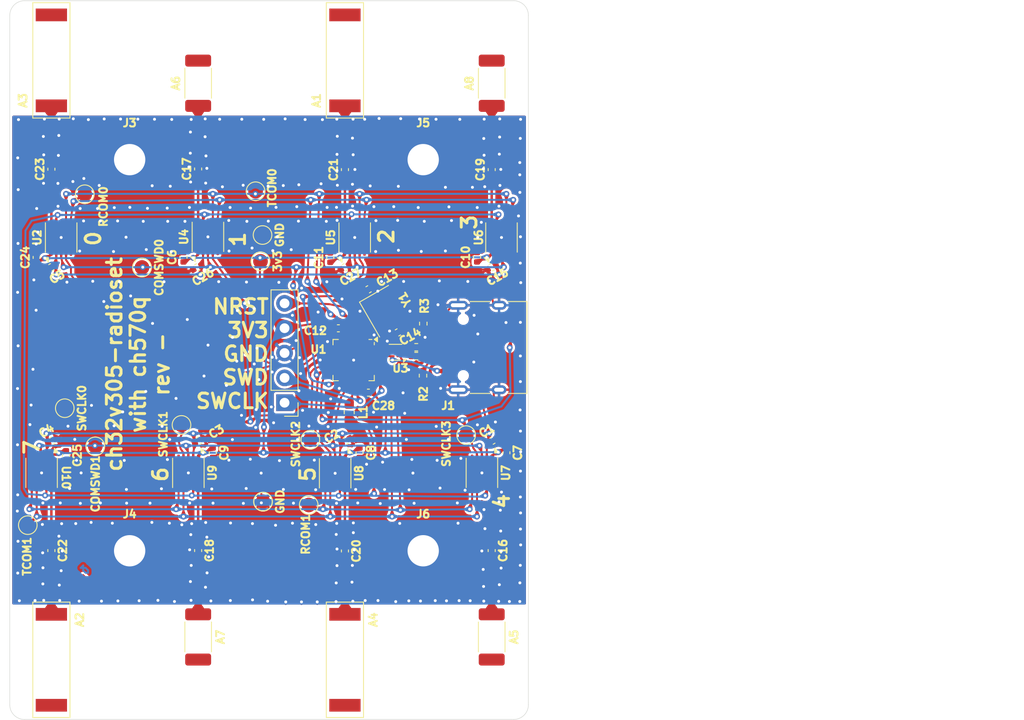
<source format=kicad_pcb>
(kicad_pcb (version 20241229) (generator "pcbnew") (generator_version "9.0")
  (layers (0 "F.Cu" signal) (2 "B.Cu" signal) (13 "F.Paste" user) (15 "B.Paste" user) (5 "F.SilkS" user "F.Silkscreen") (7 "B.SilkS" user "B.Silkscreen") (1 "F.Mask" user) (3 "B.Mask" user) (25 "Edge.Cuts" user))
  (net 0 "")
  (net 2 "Net-(U2-ANT)")
  (net 4 "Net-(U4-ANT)")
  (net 6 "Net-(U5-ANT)")
  (net 8 "Net-(U6-ANT)")
  (net 10 "Net-(U7-ANT)")
  (net 12 "Net-(U8-ANT)")
  (net 13 "Net-(U9-ANT)")
  (net 15 "Net-(U10-ANT)")
  (net 17 "GND")
  (net 18 "+5V")
  (net 19 "+3.3V")
  (net 20 "Net-(U1-OSC_OUT{slash}PD1)")
  (net 21 "Net-(U1-OSC_IN{slash}PD0)")
  (net 22 "SWCLK")
  (net 23 "SWD")
  (net 24 "NRST")
  (net 25 "Net-(U1-PA8{slash}UART1RX2{slash}PC9{slash}SD_D1)")
  (net 26 "MCO")
  (net 27 "DM")
  (net 28 "Net-(J1-D--PadA7)")
  (net 29 "Net-(J1-CC1)")
  (net 30 "Net-(J1-CC2)")
  (net 31 "Net-(J1-D+-PadA6)")
  (net 32 "DP")
  (net 33 "SWCLK1")
  (net 34 "SWCLK3")
  (net 35 "COMSWD0")
  (net 36 "TCOM1")
  (net 37 "RCOM1")
  (net 39 "TCOM0")
  (net 41 "RCOM0")
  (net 46 "COMSWD1")
  (net 47 "SWCLK0")
  (net 48 "SWCLK2")
  (net 65 "Net-(A1-Pad1)")
  (net 66 "Net-(A2-Pad1)")
  (net 67 "Net-(A3-Pad1)")
  (net 68 "Net-(A4-Pad1)")
  (net 69 "Net-(A5-Pad1)")
  (net 70 "Net-(A6-Pad1)")
  (net 71 "Net-(A7-Pad1)")
  (net 72 "Net-(A8-Pad1)")
  (footprint "TestPoint:TestPoint_Pad_D1.5mm" (layer "F.Cu") (at 133.37 104.92 90)
    (property "Reference" "J15" (hide yes))
    (property "Value" "SWCLK0")
  )
  (footprint "TestPoint:TestPoint_Pad_D1.5mm" (layer "F.Cu") (at 136.49 108.82)
    (property "Reference" "J13" (hide yes))
    (property "Value" "COMSWD1")
  )
  (footprint "Capacitor_SMD:C_0402_1005Metric" (layer "F.Cu") (at 177 80.52 90)
    (property "Reference" "C19")
    (property "Value" "10p")
  )
  (footprint "cnhardware:DFN-6_1.2x1.0mm_P0.4mm" (layer "F.Cu") (at 167.17 99.2 180)
    (property "Reference" "U3")
    (property "Value" "RCLAMP0502N")
  )
  (footprint "Connector_PinHeader_2.54mm:PinHeader_1x05_P2.54mm_Vertical" (layer "F.Cu") (at 155.83 104.36 180)
    (property "Reference" "J2" (hide yes))
    (property "Value" "PGM")
  )
  (footprint "Capacitor_SMD:C_0402_1005Metric" (layer "F.Cu") (at 146.999999 80.455 90)
    (property "Reference" "C17")
    (property "Value" "10p")
  )
  (footprint "RF_Antenna:Coilcraft_MA5532-AE_RFID" (layer "F.Cu") (at 162 130.65 -90)
    (property "Reference" "A4")
    (property "Value" "R")
  )
  (footprint "Capacitor_SMD:C_0402_1005Metric" (layer "F.Cu") (at 162.084308 108.24 30)
    (property "Reference" "C2")
    (property "Value" "1u")
  )
  (footprint "Resistor_SMD:R_2010_5025Metric" (layer "F.Cu") (at 147 128.3125 -90)
    (property "Reference" "A7")
    (property "Value" "R")
  )
  (footprint "RF_Antenna:Coilcraft_MA5532-AE_RFID" (layer "F.Cu") (at 132 130.65 -90)
    (property "Reference" "A2")
    (property "Value" "R")
  )
  (footprint "Capacitor_SMD:C_0402_1005Metric" (layer "F.Cu") (at 177 90.5 -150)
    (property "Reference" "C15")
    (property "Value" "1u")
  )
  (footprint "Capacitor_SMD:C_0402_1005Metric" (layer "F.Cu") (at 145.5 89.48 90)
    (property "Reference" "C6")
    (property "Value" "1u")
  )
  (footprint "Capacitor_SMD:C_0402_1005Metric" (layer "F.Cu") (at 148.5 109.48 -90)
    (property "Reference" "C9")
    (property "Value" "1u")
  )
  (footprint "Capacitor_SMD:C_0402_1005Metric" (layer "F.Cu") (at 132 90.5 -150)
    (property "Reference" "C5")
    (property "Value" "1u")
  )
  (footprint "Crystal:Crystal_SMD_3225-4Pin_3.2x2.5mm" (layer "F.Cu") (at 166 95 -60)
    (property "Reference" "Y1")
    (property "Value" "8MHz")
  )
  (footprint "Package_DFN_QFN:DFN-10-1EP_3x3mm_P0.5mm_EP1.7x2.5mm" (layer "F.Cu") (at 178.000001 87.4625 90)
    (property "Reference" "U6")
    (property "Value" "CH570Q")
  )
  (footprint "TestPoint:TestPoint_Pad_D1.5mm" (layer "F.Cu") (at 153.58 87.21 90)
    (property "Reference" "J7" (hide yes))
    (property "Value" "GND")
  )
  (footprint "TestPoint:TestPoint_Pad_D1.5mm" (layer "F.Cu") (at 158.47 108.15 90)
    (property "Reference" "J17" (hide yes))
    (property "Value" "SWCLK2")
  )
  (footprint "MountingHole:MountingHole_3.2mm_M3_DIN965_Pad" (layer "F.Cu") (at 170 79.5)
    (property "Reference" "J5")
    (property "Value" "MH")
  )
  (footprint "TestPoint:TestPoint_Pad_D1.5mm" (layer "F.Cu") (at 141.26 90.53 90)
    (property "Reference" "J14" (hide yes))
    (property "Value" "COMSWD0")
  )
  (footprint "Package_DFN_QFN:DFN-10-1EP_3x3mm_P0.5mm_EP1.7x2.5mm" (layer "F.Cu") (at 176 111.5375 -90)
    (property "Reference" "U7")
    (property "Value" "CH570Q")
  )
  (footprint "Capacitor_SMD:C_0402_1005Metric" (layer "F.Cu") (at 162 90.5 -150)
    (property "Reference" "C27")
    (property "Value" "1u")
  )
  (footprint "RF_Antenna:Coilcraft_MA5532-AE_RFID" (layer "F.Cu") (at 132 69.35 90)
    (property "Reference" "A3")
    (property "Value" "R")
  )
  (footprint "TestPoint:TestPoint_Pad_D1.5mm" (layer "F.Cu") (at 135.41 83.04)
    (property "Reference" "J10" (hide yes))
    (property "Value" "RCOM0")
  )
  (footprint "Capacitor_SMD:C_0402_1005Metric" (layer "F.Cu") (at 177 119.48 -90)
    (property "Reference" "C16")
    (property "Value" "10p")
  )
  (footprint "Capacitor_SMD:C_0402_1005Metric" (layer "F.Cu") (at 133.5 109.75 -90)
    (property "Reference" "C25")
    (property "Value" "1u")
  )
  (footprint "MountingHole:MountingHole_3.2mm_M3_DIN965_Pad" (layer "F.Cu") (at 140 79.5)
    (property "Reference" "J3")
    (property "Value" "MH")
  )
  (footprint "TestPoint:TestPoint_Pad_D1.5mm" (layer "F.Cu") (at 145.3 106.63)
    (property "Reference" "J16" (hide yes))
    (property "Value" "SWCLK1")
  )
  (footprint "TestPoint:TestPoint_Pad_D1.5mm" (layer "F.Cu") (at 153.63 114.48 90)
    (property "Reference" "J19" (hide yes))
    (property "Value" "GND")
  )
  (footprint "Resistor_SMD:R_0402_1005Metric" (layer "F.Cu") (at 169.98 101.59 -90)
    (property "Reference" "R2")
    (property "Value" "5.1k")
  )
  (footprint "cnhardware:R_0402_1005Metric_COMPACT" (layer "F.Cu") (at 169.29 98.69)
    (property "Reference" "R11" (hide yes))
    (property "Value" "22Ω" (hide yes))
  )
  (footprint "Capacitor_SMD:C_0402_1005Metric" (layer "F.Cu") (at 164.4 103.33 180)
    (property "Reference" "C28")
    (property "Value" "1u")
  )
  (footprint "Capacitor_SMD:C_0402_1005Metric" (layer "F.Cu") (at 147.084308 108.24 30)
    (property "Reference" "C3")
    (property "Value" "1u")
  )
  (footprint "Capacitor_SMD:C_0402_1005Metric" (layer "F.Cu") (at 130.5 89.5 90)
    (property "Reference" "C24")
    (property "Value" "1u")
  )
  (footprint "Capacitor_SMD:C_0402_1005Metric" (layer "F.Cu") (at 147.000001 119.48 -90)
    (property "Reference" "C18")
    (property "Value" "10p")
  )
  (footprint "TestPoint:TestPoint_Pad_D1.5mm" (layer "F.Cu") (at 158.3 114.82)
    (property "Reference" "J11" (hide yes))
    (property "Value" "RCOM1")
  )
  (footprint "TestPoint:TestPoint_Pad_D1.5mm" (layer "F.Cu") (at 152.87 82.73)
    (property "Reference" "J9" (hide yes))
    (property "Value" "TCOM0")
  )
  (footprint "Resistor_SMD:R_2010_5025Metric" (layer "F.Cu") (at 177 128.3125 -90)
    (property "Reference" "A5")
    (property "Value" "R")
  )
  (footprint "TestPoint:TestPoint_Pad_D1.5mm" (layer "F.Cu") (at 174.39 107.67)
    (property "Reference" "J18" (hide yes))
    (property "Value" "SWCLK3")
  )
  (footprint "Resistor_SMD:R_0402_1005Metric" (layer "F.Cu") (at 170.01 96.27 90)
    (property "Reference" "R3")
    (property "Value" "5.1k")
  )
  (footprint "Capacitor_SMD:C_0402_1005Metric" (layer "F.Cu") (at 175.5 89.48 90)
    (property "Reference" "C10")
    (property "Value" "1u")
  )
  (footprint "Capacitor_SMD:C_0402_1005Metric" (layer "F.Cu") (at 161.33 96.75 180)
    (property "Reference" "C12")
    (property "Value" "1u")
  )
  (footprint "Capacitor_SMD:C_0402_1005Metric" (layer "F.Cu") (at 132 80.48 90)
    (property "Reference" "C23")
    (property "Value" "10p")
  )
  (footprint "cnhardware:USB_C_MOD_Receptacle_HRO_TYPE-C-31-M-12" (layer "F.Cu") (at 176.7 98.71 90)
    (property "Reference" "J1")
    (property "Value" "USB_C_Receptacle_USB2.0_14P")
  )
  (footprint "Package_DFN_QFN:DFN-10-1EP_3x3mm_P0.5mm_EP1.7x2.5mm" (layer "F.Cu") (at 147.999999 87.3975 90)
    (property "Reference" "U4")
    (property "Value" "CH570Q")
  )
  (footprint "Capacitor_SMD:C_0402_1005Metric" (layer "F.Cu") (at 164.415692 92.76 -150)
    (property "Reference" "C13")
    (property "Value" "10p")
  )
  (footprint "Capacitor_SMD:C_0402_1005Metric" (layer "F.Cu") (at 178.5 109.48 -90)
    (property "Reference" "C7")
    (property "Value" "1u")
  )
  (footprint "Capacitor_SMD:C_0402_1005Metric" (layer "F.Cu") (at 163.5 109.48 -90)
    (property "Reference" "C8")
    (property "Value" "1u")
  )
  (footprint "Capacitor_SMD:C_0402_1005Metric" (layer "F.Cu") (at 160.5 89.52 90)
    (property "Reference" "C11")
    (property "Value" "1u")
  )
  (footprint "Capacitor_SMD:C_0402_1005Metric" (layer "F.Cu") (at 132 119.48 -90)
    (property "Reference" "C22")
    (property "Value" "10p")
  )
  (footprint "Inductor_SMD:L_0603_1608Metric" (layer "F.Cu") (at 162.44 105.33 -90)
    (property "Reference" "L1")
    (property "Value" "470nH")
  )
  (footprint "Package_DFN_QFN:DFN-10-1EP_3x3mm_P0.5mm_EP1.7x2.5mm" (layer "F.Cu") (at 161 111.5775 -90)
    (property "Reference" "U8")
    (property "Value" "CH570Q")
  )
  (footprint "Resistor_SMD:R_2010_5025Metric" (layer "F.Cu") (at 177 71.6875 90)
    (property "Reference" "A8")
    (property "Value" "R")
  )
  (footprint "Package_DFN_QFN:QFN-28-1EP_4x4mm_P0.4mm_EP2.3x2.3mm" (layer "F.Cu") (at 162.89 100 -90)
    (property "Reference" "U1")
    (property "Value" "CH32V305GBU6")
  )
  (footprint "Package_DFN_QFN:DFN-10-1EP_3x3mm_P0.5mm_EP1.7x2.5mm" (layer "F.Cu") (at 146.000001 111.5375 -90)
    (property "Reference" "U9")
    (property "Value" "CH570Q")
  )
  (footprint "Capacitor_SMD:C_0402_1005Metric" (layer "F.Cu") (at 132.084308 108.24 30)
    (property "Reference" "C4")
    (property "Value" "1u")
  )
  (footprint "MountingHole:MountingHole_3.2mm_M3_DIN965_Pad" (layer "F.Cu") (at 140 119.5)
    (property "Reference" "J4")
    (property "Value" "MH")
  )
  (footprint "Capacitor_SMD:C_0402_1005Metric" (layer "F.Cu") (at 162 119.52 -90)
    (property "Reference" "C20")
    (property "Value" "10p")
  )
  (footprint "RF_Antenna:Coilcraft_MA5532-AE_RFID" (layer "F.Cu") (at 162 69.35 90)
    (property "Reference" "A1")
    (property "Value" "R")
  )
  (footprint "Capacitor_SMD:C_0402_1005Metric" (layer "F.Cu") (at 167.415692 97.17 30)
    (property "Reference" "C14")
    (property "Value" "10p")
  )
  (footprint "Package_DFN_QFN:DFN-10-1EP_3x3mm_P0.5mm_EP1.7x2.5mm" (layer "F.Cu") (at 133 87.4625 90)
    (property "Reference" "U2")
    (property "Value" "CH570Q")
  )
  (footprint "Package_DFN_QFN:DFN-10-1EP_3x3mm_P0.5mm_EP1.7x2.5mm" (layer "F.Cu") (at 163.000001 87.4625 90)
    (property "Reference" "U5")
    (property "Value" "CH570Q")
  )
  (footprint "Capacitor_SMD:C_0402_1005Metric" (layer "F.Cu") (at 162 80.52 90)
    (property "Reference" "C21")
    (property "Value" "10p")
  )
  (footprint "Capacitor_SMD:C_0402_1005Metric" (layer "F.Cu") (at 146.915692 90.51 -150)
    (property "Reference" "C26")
    (property "Value" "1u")
  )
  (footprint "Capacitor_SMD:C_0402_1005Metric" (layer "F.Cu") (at 177.064308 108.24 30)
    (property "Reference" "C1")
    (property "Value" "1u")
  )
  (footprint "MountingHole:MountingHole_3.2mm_M3_DIN965_Pad" (layer "F.Cu") (at 170 119.5)
    (property "Reference" "J6")
    (property "Value" "MH")
  )
  (footprint "TestPoint:TestPoint_Pad_D1.5mm" (layer "F.Cu") (at 129.59 116.88)
    (property "Reference" "J12" (hide yes))
    (property "Value" "TCOM1")
  )
  (footprint "Resistor_SMD:R_2010_5025Metric" (layer "F.Cu") (at 147 71.6875 90)
    (property "Reference" "A6")
    (property "Value" "R")
  )
  (footprint "cnhardware:R_0402_1005Metric_COMPACT" (layer "F.Cu") (at 169.29 99.59 180)
    (property "Reference" "R1" (hide yes))
    (property "Value" "22Ω" (hide yes))
  )
  (footprint "TestPoint:TestPoint_Pad_D1.5mm" (layer "F.Cu") (at 153.37 89.9 90)
    (property "Reference" "J8" (hide yes))
    (property "Value" "3v3")
  )
  (footprint "Package_DFN_QFN:DFN-10-1EP_3x3mm_P0.5mm_EP1.7x2.5mm" (layer "F.Cu") (at 131 111.5375 -90)
    (property "Reference" "U10")
    (property "Value" "CH570Q")
  )
  (gr_line (start 180.75 64.75) (end 180.75 135.25) (stroke (width 0.05)) (layer "Edge.Cuts"))
  (gr_arc (start 180.75 135.25) (mid 180.31066 136.31066) (end 179.25 136.75) (stroke (width 0.05)) (layer "Edge.Cuts"))
  (gr_arc (start 129.25 136.75) (mid 128.18934 136.31066) (end 127.75 135.25) (stroke (width 0.05)) (layer "Edge.Cuts"))
  (gr_line (start 127.75 135.25) (end 127.75 64.75) (stroke (width 0.05)) (layer "Edge.Cuts"))
  (gr_arc (start 127.75 64.75) (mid 128.18934 63.68934) (end 129.25 63.25) (stroke (width 0.05)) (layer "Edge.Cuts"))
  (gr_line (start 179.25 136.75) (end 129.25 136.75) (stroke (width 0.05)) (layer "Edge.Cuts"))
  (gr_arc (start 179.25 63.25) (mid 180.31066 63.68934) (end 180.75 64.75) (stroke (width 0.05)) (layer "Edge.Cuts"))
  (gr_line (start 129.25 63.25) (end 179.25 63.25) (stroke (width 0.05)) (layer "Edge.Cuts"))
  (gr_text "6" (at 143.15 111.69 90) (layer "F.SilkS") (effects (font (size 1.5 1.5) (thickness 0.3) (bold yes))))
  (gr_text "5" (at 158.2 111.675914 90) (layer "F.SilkS") (effects (font (size 1.5 1.5) (thickness 0.3) (bold yes))))
  (gr_text "3" (at 174.71 85.9 90) (layer "F.SilkS") (effects (font (size 1.5 1.5) (thickness 0.3) (bold yes))))
  (gr_text "4" (at 178.044236 114.441473 90) (layer "F.SilkS") (effects (font (size 1.5 1.5) (thickness 0.3) (bold yes))))
  (gr_text "7" (at 130 108.92 90) (layer "F.SilkS") (effects (font (size 1.5 1.5) (thickness 0.3) (bold yes))))
  (gr_text "NRST\n3V3\nGND\nSWD\nSWCLK" (at 154.37 105.07 0) (layer "F.SilkS") (effects (font (size 1.5 1.5) (thickness 0.3) (bold yes)) (justify right bottom)))
  (gr_text "1" (at 151.06 87.66 90) (layer "F.SilkS") (effects (font (size 1.5 1.5) (thickness 0.3) (bold yes))))
  (gr_text "ch32v305-radioset\nwith ch570q\nrev -\n" (at 144.15 100.43 90) (layer "F.SilkS") (effects (font (size 1.5 1.5) (thickness 0.3) (bold yes)) (justify bottom)))
  (gr_text "0" (at 136.28 87.58 90) (layer "F.SilkS") (effects (font (size 1.5 1.5) (thickness 0.3) (bold yes))))
  (gr_text "2" (at 166.24 87.34 90) (layer "F.SilkS") (effects (font (size 1.5 1.5) (thickness 0.3) (bold yes))))
  (segment (start 135.5 122.25) (end 135.25 122) (width 0.2) (layer "F.Cu") (net 0))
  (segment (start 135 122.75) (end 134.75 122.75) (width 0.2) (layer "F.Cu") (net 0))
  (segment (start 135.25 122.5) (end 135 122.75) (width 0.2) (layer "F.Cu") (net 0))
  (segment (start 134.75 122.5) (end 135 122.25) (width 0.2) (layer "F.Cu") (net 0))
  (segment (start 135 122.25) (end 135.5 122.25) (width 0.2) (layer "F.Cu") (net 0))
  (segment (start 134.75 122.75) (end 134.75 122.5) (width 0.2) (layer "F.Cu") (net 0))
  (segment (start 135.25 122) (end 135.25 122.5) (width 0.2) (layer "F.Cu") (net 0))
  (segment (start 135 121.25) (end 135.25 121) (width 0.2) (layer "B.Cu") (net 0))
  (segment (start 135.25 121) (end 135.25 121.5) (width 0.2) (layer "B.Cu") (net 0))
  (segment (start 135.75 121.75) (end 135.75 121.5) (width 0.2) (layer "B.Cu") (net 0))
  (segment (start 135.5 121.25) (end 135 121.25) (width 0.2) (layer "B.Cu") (net 0))
  (segment (start 135.75 121.5) (end 135.5 121.25) (width 0.2) (layer "B.Cu") (net 0))
  (segment (start 135.25 121.5) (end 135.5 121.75) (width 0.2) (layer "B.Cu") (net 0))
  (segment (start 135.5 121.75) (end 135.75 121.75) (width 0.2) (layer "B.Cu") (net 0))
  (segment (start 132 86) (end 132 80.96) (width 0.25) (layer "F.Cu") (net 2))
  (segment (start 146.999999 85.935) (end 146.999999 80.935) (width 0.25) (layer "F.Cu") (net 4))
  (segment (start 162.000001 86) (end 162 81) (width 0.25) (layer "F.Cu") (net 6))
  (segment (start 177.000001 86) (end 177 81) (width 0.25) (layer "F.Cu") (net 8))
  (segment (start 177 119) (end 177 113) (width 0.25) (layer "F.Cu") (net 10))
  (segment (start 162 119.04) (end 162 113.04) (width 0.25) (layer "F.Cu") (net 12))
  (segment (start 147.000001 119) (end 147.000001 113) (width 0.25) (layer "F.Cu") (net 13))
  (segment (start 132 119) (end 132 113) (width 0.25) (layer "F.Cu") (net 15))
  (segment (start 144.75 90.25) (end 145.25 91) (width 0.2) (layer "F.Cu") (net 17))
  (segment (start 169.98 102.1) (end 169.23 102.03) (width 0.2) (layer "F.Cu") (net 17))
  (segment (start 175.5 89) (end 175.5 87.4625) (width 0.2) (layer "F.Cu") (net 17))
  (segment (start 175.52 84.4) (end 170 79.5) (width 0.2) (layer "F.Cu") (net 17))
  (segment (start 172.999999 103.03) (end 172.085 101.96) (width 0.2) (layer "F.Cu") (net 17))
  (segment (start 133.5 110.23) (end 131 111.5375) (width 0.2) (layer "F.Cu") (net 17))
  (segment (start 161 111.5775) (end 148.5 111.544167) (width 0.2) (layer "F.Cu") (net 17))
  (segment (start 168.81 101.44) (end 168.512459 100.987541) (width 0.2) (layer "F.Cu") (net 17))
  (segment (start 163.69 102.56) (end 163.76 102.83) (width 0.2) (layer "F.Cu") (net 17))
  (segment (start 161.69 98.64) (end 161.690002 98.065) (width 0.2) (layer "F.Cu") (net 17))
  (segment (start 160.85 96.75) (end 155.83 99.28) (width 0.2) (layer "F.Cu") (net 17))
  (segment (start 144.75 89.5) (end 144.75 90.25) (width 0.2) (layer "F.Cu") (net 17))
  (segment (start 172.085 95.46) (end 172.999999 94.39) (width 0.2) (layer "F.Cu") (net 17))
  (segment (start 134.25 109.75) (end 133.5 110.23) (width 0.2) (layer "F.Cu") (net 17))
  (segment (start 140.02 84.38) (end 140 79.5) (width 0.2) (layer "F.Cu") (net 17))
  (segment (start 161.58 97.52) (end 161.27 97.47) (width 0.2) (layer "F.Cu") (net 17))
  (segment (start 134 108.5) (end 134.25 109) (width 0.2) (layer "F.Cu") (net 17))
  (segment (start 175.25 90.75) (end 174.75 90.5) (width 0.2) (layer "F.Cu") (net 17))
  (segment (start 164.25 109.5) (end 163.5 109.96) (width 0.2) (layer "F.Cu") (net 17))
  (segment (start 134.96 114.65) (end 135.04 111.5375) (width 0.2) (layer "F.Cu") (net 17))
  (segment (start 175.5 87.4625) (end 163.000001 87.4625) (width 0.2) (layer "F.Cu") (net 17))
  (segment (start 129.75 90.75) (end 130.25 91.25) (width 0.2) (layer "F.Cu") (net 17))
  (segment (start 172.999999 94.39) (end 177.18 94.39) (width 0.2) (layer "F.Cu") (net 17))
  (segment (start 176.771992 91.89) (end 177.18 94.39) (width 0.2) (layer "F.Cu") (net 17))
  (segment (start 160.5 89.04) (end 163.000001 87.4625) (width 0.2) (layer "F.Cu") (net 17))
  (segment (start 177.48 108) (end 179 108.25) (width 0.2) (layer "F.Cu") (net 17))
  (segment (start 161.13 97.35) (end 160.85 96.91) (width 0.2) (layer "F.Cu") (net 17))
  (segment (start 174.5 89.5) (end 175.5 89) (width 0.2) (layer "F.Cu") (net 17))
  (segment (start 149.25 109) (end 149.25 109.5) (width 0.2) (layer "F.Cu") (net 17))
  (segment (start 140.02 84.38) (end 139.63 87.43377) (width 0.2) (layer "F.Cu") (net 17))
  (segment (start 148.5 109.96) (end 148.5 111.544167) (width 0.2) (layer "F.Cu") (net 17))
  (segment (start 149.25 109.5) (end 148.5 109.96) (width 0.2) (layer "F.Cu") (net 17))
  (segment (start 174.75 90.5) (end 174.5 89.5) (width 0.2) (layer "F.Cu") (net 17))
  (segment (start 179.25 109.5) (end 178.5 109.96) (width 0.2) (layer "F.Cu") (net 17))
  (segment (start 161.27 97.47) (end 161.13 97.35) (width 0.2) (layer "F.Cu") (net 17))
  (segment (start 167 97.41) (end 166.561585 97.028415) (width 0.2) (layer "F.Cu") (net 17))
  (segment (start 179 108.25) (end 179.25 108.75) (width 0.2) (layer "F.Cu") (net 17))
  (segment (start 163.75 108.25) (end 164.25 108.75) (width 0.2) (layer "F.Cu") (net 17))
  (segment (start 162.5 108) (end 163.75 108.25) (width 0.2) (layer "F.Cu") (net 17))
  (segment (start 165.813878 96.377628) (end 166.561585 97.028415) (width 0.2) (layer "F.Cu") (net 17))
  (segment (start 170.53 95.46) (end 170.01 95.76) (width 0.2) (layer "F.Cu") (net 17))
  (segment (start 175.52 84.4) (end 175.57 87.4625) (width 0.2) (layer "F.Cu") (net 17))
  (segment (start 129.75 88.75) (end 130.5 89.02) (width 0.2) (layer "F.Cu") (net 17))
  (segment (start 147.5 108) (end 149 108.5) (width 0.2) (layer "F.Cu") (net 17))
  (segment (start 163.690001 101.94) (end 163.69 102.56) (width 0.2) (layer "F.Cu") (net 17))
  (segment (start 153.44 111.55734) (end 153.46 114.6) (width 0.2) (layer "F.Cu") (net 17))
  (segment (start 170 119.5) (end 169.07 114.64) (width 0.2) (layer "F.Cu") (net 17))
  (segment (start 175.5 87.4625) (end 178.000001 87.4625) (width 0.2) (layer "F.Cu") (net 17))
  (segment (start 178.5 109.96) (end 176 111.5375) (width 0.2) (layer "F.Cu") (net 17))
  (segment (start 157.469236 101.379236) (end 158.19 100.72) (width 0.2) (layer "F.Cu") (net 17))
  (segment (start 160.68 91.08) (end 160.06 90.8) (width 0.2) (layer "F.Cu") (net 17))
  (segment (start 167.6 99.6) (end 168.512459 100.987541) (width 0.2) (layer "F.Cu") (net 17))
  (segment (start 148.5 111.544167) (end 146.000001 111.5375) (width 0.2) (layer "F.Cu") (net 17))
  (segment (start 145.25 91) (end 146.5 90.75) (width 0.2) (layer "F.Cu") (net 17))
  (segment (start 176 111.5375) (end 177.5 112) (width 0.2) (layer "F.Cu") (net 17))
  (segment (start 130 88.25) (end 129.75 87.75) (width 0.2) (layer "F.Cu") (net 17))
  (segment (start 176.584308 90.74) (end 175.25 90.75) (width 0.2) (layer "F.Cu") (net 17))
  (segment (start 162.5 111) (end 161 111.5775) (width 0.2) (layer "F.Cu") (net 17))
  (segment (start 178 113.5) (end 177.75 114.5) (width 0.2) (layer "F.Cu") (net 17))
  (segment (start 159.64 90.14) (end 159.78 89.21) (width 0.2) (layer "F.Cu") (net 17))
  (segment (start 134.25 109) (end 134.25 109.75) (width 0.2) (layer "F.Cu") (net 17))
  (segment (start 129.75 87.75) (end 130.5 84.5) (width 0.2) (layer "F.Cu") (net 17))
  (segment (start 177.379195 106.33) (end 177.18 103.03) (width 0.2) (layer "F.Cu") (net 17))
  (segment (start 129.75 88.75) (end 129.75 90.75) (width 0.2) (layer "F.Cu") (net 17))
  (segment (start 163.690001 101.94) (end 163.69 101.2) (width 0.2) (layer "F.Cu") (net 17))
  (segment (start 177.5 112) (end 178 113.5) (width 0.2) (layer "F.Cu") (net 17))
  (segment (start 165.359921 92.950079) (end 164.831384 92.52) (width 0.2) (layer "F.Cu") (net 17))
  (segment (start 176.584308 90.74) (end 176.771992 91.89) (width 0.2) (layer "F.Cu") (net 17))
  (segment (start 169.23 102.03) (end 168.81 101.44) (width 0.2) (layer "F.Cu") (net 17))
  (segment (start 154.96 84.38) (end 155.09 87.4) (width 0.2) (layer "F.Cu") (net 17))
  (segment (start 149 108.5) (end 149.25 109) (width 0.2) (layer "F.Cu") (net 17))
  (segment (start 164.25 108.75) (end 164.25 109.5) (width 0.2) (layer "F.Cu") (net 17))
  (segment (start 166.186122 93.622372) (end 165.359921 92.950079) (width 0.2) (layer "F.Cu") (net 17))
  (segment (start 172.085 95.46) (end 170.53 95.46) (width 0.2) (layer "F.Cu") (net 17))
  (segment (start 163.5 109.96) (end 162.5 111) (width 0.2) (layer "F.Cu") (net 17))
  (segment (start 148.5 109.96) (end 146.000001 111.5375) (width 0.2) (layer "F.Cu") (net 17))
  (segment (start 160.06 90.8) (end 159.64 90.14) (width 0.2) (layer "F.Cu") (net 17))
  (segment (start 133 87.4625) (end 130.45 88.131875) (width 0.2) (layer "F.Cu") (net 17))
  (segment (start 145.5 89) (end 144.75 89.5) (width 0.2) (layer "F.Cu") (net 17))
  (segment (start 163.69 101.2) (end 162.890001 100.0025) (width 0.2) (layer "F.Cu") (net 17))
  (segment (start 163.76 102.83) (end 163.92 103.33) (width 0.2) (layer "F.Cu") (net 17))
  (segment (start 132.5 108) (end 134 108.5) (width 0.2) (layer "F.Cu") (net 17))
  (segment (start 140 119.5) (end 134.96 114.65) (width 0.2) (layer "F.Cu") (net 17))
  (segment (start 130 88.25) (end 129.75 88.75) (width 0.2) (layer "F.Cu") (net 17))
  (segment (start 179.25 108.75) (end 179.25 109.5) (width 0.2) (layer "F.Cu") (net 17))
  (segment (start 162.890001 100.0025) (end 161.69 98.64) (width 0.2) (layer "F.Cu") (net 17))
  (segment (start 168.95 111.5563) (end 169.07 114.64) (width 0.2) (layer "F.Cu") (net 17))
  (segment (start 130.25 91.25) (end 131.584308 90.74) (width 0.2) (layer "F.Cu") (net 17))
  (segment (start 172.085 101.96) (end 169.98 102.1) (width 0.2) (layer "F.Cu") (net 17))
  (segment (start 161.69 97.61) (end 161.58 97.52) (width 0.2) (layer "F.Cu") (net 17))
  (segment (start 147.999999 87.3975) (end 145.5 89) (width 0.2) (layer "F.Cu") (net 17))
  (segment (start 130.45 88.131875) (end 130 88.25) (width 0.2) (layer "F.Cu") (net 17))
  (segment (start 159.78 89.21) (end 160.5 89.04) (width 0.2) (layer "F.Cu") (net 17))
  (segment (start 158.19 100.72) (end 159.47 99.99) (width 0.2) (layer "F.Cu") (net 17))
  (segment (start 161.584308 90.74) (end 160.68 91.08) (width 0.2) (layer "F.Cu") (net 17))
  (segment (start 161.690002 98.065) (end 161.69 97.61) (width 0.2) (layer "F.Cu") (net 17))
  (segment (start 177.48 108) (end 177.379195 106.33) (width 0.2) (layer "F.Cu") (net 17))
  (via (at 165.17 85.74) (size 0.6) (drill 0.3) (layers "F.Cu" "B.Cu") (net 17))
  (via (at 167.94 103.35) (size 0.6) (drill 0.3) (layers "F.Cu" "B.Cu") (net 17))
  (via (at 148.3 124.63) (size 0.6) (drill 0.3) (layers "F.Cu" "B.Cu") (net 17))
  (via (at 138.43 84.41) (size 0.6) (drill 0.3) (layers "F.Cu" "B.Cu") (net 17))
  (via (at 160.54 103.97) (size 0.6) (drill 0.3) (layers "F.Cu" "B.Cu") (net 17))
  (via (at 176.15 80.43) (size 0.6) (drill 0.3) (layers "F.Cu" "B.Cu") (net 17))
  (via (at 179.74 85.26) (size 0.6) (drill 0.3) (layers "F.Cu" "B.Cu") (net 17))
  (via (at 143.31 106.77) (size 0.6) (drill 0.3) (layers "F.Cu" "B.Cu") (net 17))
  (via (at 157.56 124.73) (size 0.6) (drill 0.3) (layers "F.Cu" "B.Cu") (net 17))
  (via (at 160.13 108.11) (size 0.6) (drill 0.3) (layers "F.Cu" "B.Cu") (net 17))
  (via (at 150.29 124.59) (size 0.6) (drill 0.3) (layers "F.Cu" "B.Cu") (net 17))
  (via (at 168.28 108.12) (size 0.6) (drill 0.3) (layers "F.Cu" "B.Cu") (net 17))
  (via (at 174.8 124.61) (size 0.6) (drill 0.3) (layers "F.Cu" "B.Cu") (net 17))
  (via (at 143.25 113.16) (size 0.6) (drill 0.3) (layers "F.Cu" "B.Cu") (net 17))
  (via (at 159.47 99.99) (size 0.6) (drill 0.3) (layers "F.Cu" "B.Cu") (net 17))
  (via (at 149.2 75.37) (size 0.6) (drill 0.3) (layers "F.Cu" "B.Cu") (net 17))
  (via (at 179.88 122.78) (size 0.6) (drill 0.3) (layers "F.Cu" "B.Cu") (net 17))
  (via (at 130.21 91.8) (size 0.6) (drill 0.3) (layers "F.Cu" "B.Cu") (net 17))
  (via (at 135.32 81.43) (size 0.6) (drill 0.3) (layers "F.Cu" "B.Cu") (net 17))
  (via (at 134.49 116.72) (size 0.6) (drill 0.3) (layers "F.Cu" "B.Cu") (net 17))
  (via (at 142.27 116.6) (size 0.6) (drill 0.3) (layers "F.Cu" "B.Cu") (net 17))
  (via (at 175.03 82.33) (size 0.6) (drill 0.3) (layers "F.Cu" "B.Cu") (net 17))
  (via (at 175.54 106.62) (size 0.6) (drill 0.3) (layers "F.Cu" "B.Cu") (net 17))
  (via (at 135.04 111.5375) (size 0.6) (drill 0.3) (layers "F.Cu" "B.Cu") (net 17))
  (via (at 150.95 100.11) (size 0.6) (drill 0.3) (layers "F.Cu" "B.Cu") (net 17))
  (via (at 164.92 105.33) (size 0.6) (drill 0.3) (layers "F.Cu" "B.Cu") (net 17))
  (via (at 173.74 75.38) (size 0.6) (drill 0.3) (layers "F.Cu" "B.Cu") (net 17))
  (via (at 131.22 79.01) (size 0.6) (drill 0.3) (layers "F.Cu" "B.Cu") (net 17))
  (via (at 164.02 75.37) (size 0.6) (drill 0.3) (layers "F.Cu" "B.Cu") (net 17))
  (via (at 161.42 102.89) (size 0.6) (drill 0.3) (layers "F.Cu" "B.Cu") (net 17))
  (via (at 136.1 104.63) (size 0.6) (drill 0.3) (layers "F.Cu" "B.Cu") (net 17))
  (via (at 128.55 93.07) (size 0.6) (drill 0.3) (layers "F.Cu" "B.Cu") (net 17))
  (via (at 165.38 124.59) (size 0.6) (drill 0.3) (layers "F.Cu" "B.Cu") (net 17))
  (via (at 151.43 105.65) (size 0.6) (drill 0.3) (layers "F.Cu" "B.Cu") (net 17))
  (via (at 131.13 114.61) (size 0.6) (drill 0.3) (layers "F.Cu" "B.Cu") (net 17))
  (via (at 144.06 116.68) (size 0.6) (drill 0.3) (layers "F.Cu" "B.Cu") (net 17))
  (via (at 131.18 77.13) (size 0.6) (drill 0.3) (layers "F.Cu" "B.Cu") (net 17))
  (via (at 172.38 124.62) (size 0.6) (drill 0.3) (layers "F.Cu" "B.Cu") (net 17))
  (via (at 147.75 123.23) (size 0.6) (drill 0.3) (layers "F.Cu" "B.Cu") (net 17))
  (via (at 138.77 85.77) (size 0.6) (drill 0.3) (layers "F.Cu" "B.Cu") (net 17))
  (via (at 162.78 84.25) (size 0.6) (drill 0.3) (layers "F.Cu" "B.Cu") (net 17))
  (via (at 140.97 124.61) (size 0.6) (drill 0.3) (layers "F.Cu" "B.Cu") (net 17))
  (via (at 172.27 88.84) (size 0.6) (drill 0.3) (layers "F.Cu" "B.Cu") (net 17))
  (via (at 160.22 98.11) (size 0.6) (drill 0.3) (layers "F.Cu" "B.Cu") (net 17))
  (via (at 167.6 116.7) (size 0.6) (drill 0.3) (layers "F.Cu" "B.Cu") (net 17))
  (via (at 161.11 122.79) (size 0.6) (drill 0.3) (layers "F.Cu" "B.Cu") (net 17))
  (via (at 142.34 96.25) (size 0.6) (drill 0.3) (layers "F.Cu" "B.Cu") (net 17))
  (via (at 157.3 103.14) (size 0.6) (drill 0.3) (layers "F.Cu" "B.Cu") (net 17))
  (via (at 155.95 124.73) (size 0.6) (drill 0.3) (layers "F.Cu" "B.Cu") (net 17))
  (via (at 157.36 99.75) (size 0.6) (drill 0.3) (layers "F.Cu" "B.Cu") (net 17))
  (via (at 179.94 111.35) (size 0.6) (drill 0.3) (layers "F.Cu" "B.Cu") (net 17))
  (via (at 177.84 82.14) (size 0.6) (drill 0.3) (layers "F.Cu" "B.Cu") (net 17))
  (via (at 166.99 84.31) (size 0.6) (drill 0.3) (layers "F.Cu" "B.Cu") (net 17))
  (via (at 128.56 79.32) (size 0.6) (drill 0.3) (layers "F.Cu" "B.Cu") (net 17))
  (via (at 147.6 101.63) (size 0.6) (drill 0.3) (layers "F.Cu" "B.Cu") (net 17))
  (via (at 179.95 115.63) (size 0.6) (drill 0.3) (layers "F.Cu" "B.Cu") (net 17))
  (via (at 165.49 75.29) (size 0.6) (drill 0.3) (layers "F.Cu" "B.Cu") (net 17))
  (via (at 139.63 87.43377) (size 0.6) (drill 0.3) (layers "F.Cu" "B.Cu") (net 17))
  (via (at 136.72 84.5) (size 0.6) (drill 0.3) (layers "F.Cu" "B.Cu") (net 17))
  (via (at 157.29 82.07) (size 0.6) (drill 0.3) (layers "F.Cu" "B.Cu") (net 17))
  (via (at 154.17 85.79) (size 0.6) (drill 0.3) (layers "F.Cu" "B.Cu") (net 17))
  (via (at 139.29 105.3) (size 0.6) (drill 0.3) (layers "F.Cu" "B.Cu") (net 17))
  (via (at 146.13 119.4) (size 0.6) (drill 0.3) (layers "F.Cu" "B.Cu") (net 17))
  (via (at 161.14 84.38) (size 0.6) (drill 0.3) (layers "F.Cu" "B.Cu") (net 17))
  (via (at 130.33 124.59) (size 0.6) (drill 0.3) (layers "F.Cu" "B.Cu") (net 17))
  (via (at 169.72 124.64) (size 0.6) (drill 0.3) (layers "F.Cu" "B.Cu") (net 17))
  (via (at 167.46 82.23) (size 0.6) (drill 0.3) (layers "F.Cu" "B.Cu") (net 17))
  (via (at 139.67 113.23) (size 0.6) (drill 0.3) (layers "F.Cu" "B.Cu") (net 17))
  (via (at 132.81 123.01) (size 0.6) (drill 0.3) (layers "F.Cu" "B.Cu") (net 17))
  (via (at 179.94 117.28) (size 0.6) (drill 0.3) (layers "F.Cu" "B.Cu") (net 17))
  (via (at 135.78 75.41) (size 0.6) (drill 0.3) (layers "F.Cu" "B.Cu") (net 17))
  (via (at 134.2 81.74) (size 0.6) (drill 0.3) (layers "F.Cu" "B.Cu") (net 17))
  (via (at 165.359921 92.950079) (size 0.6) (drill 0.3) (layers "F.Cu" "B.Cu") (net 17))
  (via (at 159.17 124.73) (size 0.6) (drill 0.3) (layers "F.Cu" "B.Cu") (net 17))
  (via (at 131.22 124.57) (size 0.6) (drill 0.3) (layers "F.Cu" "B.Cu") (net 17))
  (via (at 137.12 124.65) (size 0.6) (drill 0.3) (layers "F.Cu" "B.Cu") (net 17))
  (via (at 128.6 98.54) (size 0.6) (drill 0.3) (layers "F.Cu" "B.Cu") (net 17))
  (via (at 175.99 119.52) (size 0.6) (drill 0.3) (layers "F.Cu" "B.Cu") (net 17))
  (via (at 176 111.5375) (size 0.6) (drill 0.3) (layers "F.Cu" "B.Cu") (net 17))
  (via (at 153.46 114.6) (size 0.6) (drill 0.3) (layers "F.Cu" "B.Cu") (net 17))
  (via (at 147.89 80.39) (size 0.6) (drill 0.3) (layers "F.Cu" "B.Cu") (net 17))
  (via (at 140.84 75.36) (size 0.6) (drill 0.3) (layers "F.Cu" "B.Cu") (net 17))
  (via (at 139.07 75.35) (size 0.6) (drill 0.3) (layers "F.Cu" "B.Cu") (net 17))
  (via (at 134.89 88.85) (size 0.6) (drill 0.3) (layers "F.Cu" "B.Cu") (net 17))
  (via (at 173.49 114.61) (size 0.6) (drill 0.3) (layers "F.Cu" "B.Cu") (net 17))
  (via (at 168.84 110.16) (size 0.6) (drill 0.3) (layers "F.Cu" "B.Cu") (net 17))
  (via (at 154.63 88.81) (size 0.6) (drill 0.3) (layers "F.Cu" "B.Cu") (net 17))
  (via (at 141.65 103.21) (size 0.6) (drill 0.3) (layers "F.Cu" "B.Cu") (net 17))
  (via (at 132.8 75.35) (size 0.6) (drill 0.3) (layers "F.Cu" "B.Cu") (net 17))
  (via (at 153.01 98.77) (size 0.6) (drill 0.3) (layers "F.Cu" "B.Cu") (net 17))
  (via (at 143.86 110.17) (size 0.6) (drill 0.3) (layers "F.Cu" "B.Cu") (net 17))
  (via (at 154.91 116.89) (size 0.6) (drill 0.3) (layers "F.Cu" "B.Cu") (net 17))
  (via (at 154.1 124.66) (size 0.6) (drill 0.3) (layers "F.Cu" "B.Cu") (net 17))
  (via (at 147.89 118.11) (size 0.6) (drill 0.3) (layers "F.Cu" "B.Cu") (net 17))
  (via (at 151.01 94.94) (size 0.6) (drill 0.3) (layers "F.Cu" "B.Cu") (net 17))
  (via (at 153.44 111.55734) (size 0.6) (drill 0.3) (layers "F.Cu" "B.Cu") (net 17))
  (via (at 162.83 75.36) (size 0.6) (drill 0.3) (layers "F.Cu" "B.Cu") (net 17))
  (via (at 167.39 85.71) (size 0.6) (drill 0.3) (layers "F.Cu" "B.Cu") (net 17))
  (via (at 144.3 75.39) (size 0.6) (drill 0.3) (layers "F.Cu" "B.Cu") (net 17))
  (via (at 171.42 110.25) (size 0.6) (drill 0.3) (layers "F.Cu" "B.Cu") (net 17))
  (via (at 144.74 103.92) (size 0.6) (drill 0.3) (layers "F.Cu" "B.Cu") (net 17))
  (via (at 132.77 118.01) (size 0.6) (drill 0.3) (layers "F.Cu" "B.Cu") (net 17))
  (via (at 179.94 87.39) (size 0.6) (drill 0.3) (layers "F.Cu" "B.Cu") (net 17))
  (via (at 177.81 77.19) (size 0.6) (drill 0.3) (layers "F.Cu" "B.Cu") (net 17))
  (via (at 151.6 82.12) (size 0.6) (drill 0.3) (layers "F.Cu" "B.Cu") (net 17))
  (via (at 178.46 96.16) (size 0.6) (drill 0.3) (layers "F.Cu" "B.Cu") (net 17))
  (via (at 146.21 122.65) (size 0.6) (drill 0.3) (layers "F.Cu" "B.Cu") (net 17))
  (via (at 142.3 82.17) (size 0.6) (drill 0.3) (layers "F.Cu" "B.Cu") (net 17))
  (via (at 152.56 124.52) (size 0.6) (drill 0.3) (layers "F.Cu" "B.Cu") (net 17))
  (via (at 143.51 91.99) (size 0.6) (drill 0.3) (layers "F.Cu" "B.Cu") (net 17))
  (via (at 140.02 84.38) (size 0.6) (drill 0.3) (layers "F.Cu" "B.Cu") (net 17))
  (via (at 149.89 102.59) (size 0.6) (drill 0.3) (layers "F.Cu" "B.Cu") (net 17))
  (via (at 162.86 116.65) (size 0.6) (drill 0.3) (layers "F.Cu" "B.Cu") (net 17))
  (via (at 147.71 77.16) (size 0.6) (drill 0.3) (layers "F.Cu" "B.Cu") (net 17))
  (via (at 131.11 119.71) (size 0.6) (drill 0.3) (layers "F.Cu" "B.Cu") (net 17))
  (via (at 150.5 108.13) (size 0.6) (drill 0.3) (layers "F.Cu" "B.Cu") (net 17))
  (via (at 132.91 114.61) (size 0.6) (drill 0.3) (layers "F.Cu" "B.Cu") (net 17))
  (via (at 146.2 78.84) (size 0.6) (drill 0.3) (layers "F.Cu" "B.Cu") (net 17))
  (via (at 171.65 91.9) (size 0.6) (drill 0.3) (layers "F.Cu" "B.Cu") (net 17))
  (via (at 134.96 114.65) (size 0.6) (drill 0.3) (layers "F.Cu" "B.Cu") (net 17))
  (via (at 130.45 88.131875) (size 0.6) (drill 0.3) (layers "F.Cu" "B.Cu") (net 17))
  (via (at 150.26 84.39) (size 0.6) (drill 0.3) (layers "F.Cu" "B.Cu") (net 17))
  (via (at 172.57 108.11) (size 0.6) (drill 0.3) (layers "F.Cu" "B.Cu") (net 17))
  (via (at 137.36 94.01) (size 0.6) (drill 0.3) (layers "F.Cu" "B.Cu") (net 17))
  (via (at 160.18 84.39) (size 0.6) (drill 0.3) (layers "F.Cu" "B.Cu") (net 17))
  (via (at 147.77 81.9) (size 0.6) (drill 0.3) (layers "F.Cu" "B.Cu") (net 17))
  (via (at 146.21 76.68) (size 0.6) (drill 0.3) (layers "F.Cu" "B.Cu") (net 17))
  (via (at 128.64 75.41) (size 0.6) (drill 0.3) (layers "F.Cu" "B.Cu") (net 17))
  (via (at 172.89 85.73) (size 0.6) (drill 0.3) (layers "F.Cu" "B.Cu") (net 17))
  (via (at 176.771992 91.89) (size 0.6) (drill 0.3) (layers "F.Cu" "B.Cu") (net 17))
  (via (at 159.26 95.09) (size 0.6) (drill 0.3) (layers "F.Cu" "B.Cu") (net 17))
  (via (at 174.28 113.31) (size 0.6) (drill 0.3) (layers "F.Cu" "B.Cu") (net 17))
  (via (at 152.55 116.72) (size 0.6) (drill 0.3) (layers "F.Cu" "B.Cu") (net 17))
  (via (at 146.13 114.62) (size 0.6) (drill 0.3) (layers "F.Cu" "B.Cu") (net 17))
  (via (at 178.81 124.69) (size 0.6) (drill 0.3) (layers "F.Cu" "B.Cu") (net 17))
  (via (at 130.5 84.5) (size 0.6) (drill 0.3) (layers "F.Cu" "B.Cu") (net 17))
  (via (at 144.15 82.22) (size 0.6) (drill 0.3) (layers "F.Cu" "B.Cu") (net 17))
  (via (at 133.86 113.13) (size 0.6) (drill 0.3) (layers "F.Cu" "B.Cu") (net 17))
  (via (at 133.7 106.76) (size 0.6) (drill 0.3) (layers "F.Cu" "B.Cu") (net 17))
  (via (at 176.13 121.41) (size 0.6) (drill 0.3) (layers "F.Cu" "B.Cu") (net 17))
  (via (at 179.94 107.26) (size 0.6) (drill 0.3) (layers "F.Cu" "B.Cu") (net 17))
  (via (at 173.56 116.68) (size 0.6) (drill 0.3) (layers "F.Cu" "B.Cu") (net 17))
  (via (at 154.48 104.79) (size 0.6) (drill 0.3) (layers "F.Cu" "B.Cu") (net 17))
  (via (at 155.89 75.33) (size 0.6) (drill 0.3) (layers "F.Cu" "B.Cu") (net 17))
  (via (at 179.87 79.8) (size 0.6) (drill 0.3) (layers "F.Cu" "B.Cu") (net 17))
  (via (at 179.87 81.05) (size 0.6) (drill 0.3) (layers "F.Cu" "B.Cu") (net 17))
  (via (at 151.62 114.65) (size 0.6) (drill 0.3) (layers "F.Cu" "B.Cu") (net 17))
  (via (at 141.7 88.7) (size 0.6) (drill 0.3) (layers "F.Cu" "B.Cu") (net 17))
  (via (at 136.06 116.6) (size 0.6) (drill 0.3) (layers "F.Cu" "B.Cu") (net 17))
  (via (at 177.71 124.67) (size 0.6) (drill 0.3) (layers "F.Cu" "B.Cu") (net 17))
  (via (at 161.09 124.7) (size 0.6) (drill 0.3) (layers "F.Cu" "B.Cu") (net 17))
  (via (at 179.92 77.33) (size 0.6) (drill 0.3) (layers "F.Cu" "B.Cu") (net 17))
  (via (at 159.54 96.9) (size 0.6) (drill 0.3) (layers "F.Cu" "B.Cu") (net 17))
  (via (at 146.25 117.85) (size 0.6) (drill 0.3) (layers "F.Cu" "B.Cu") (net 17))
  (via (at 177.98 119.54) (size 0.6) (drill 0.3) (layers "F.Cu" "B.Cu") (net 17))
  (via (at 162.890001 100.0025) (size 0.6) (drill 0.3) (layers "F.Cu" "B.Cu") (net 17))
  (via (at 157.08 84.31) (size 0.6) (drill 0.3) (layers "F.Cu" "B.Cu") (net 17))
  (via (at 152.51 88.54) (size 0.6) (drill 0.3) (layers "F.Cu" "B.Cu") (net 17))
  (via (at 166.561585 97.028415) (size 0.6) (drill 0.3) (layers "F.Cu" "B.Cu") (net 17))
  (via (at 175.58 97.33) (size 0.6) (drill 0.3) (layers "F.Cu" "B.Cu") (net 17))
  (via (at 145.33 116.84) (size 0.6) (drill 0.3) (layers "F.Cu" "B.Cu") (net 17))
  (via (at 146.11 84.39) (size 0.6) (drill 0.3) (layers "F.Cu" "B.Cu") (net 17))
  (via (at 160.1 85.81) (size 0.6) (drill 0.3) (layers "F.Cu" "B.Cu") (net 17))
  (via (at 168.11 105.44) (size 0.6) (drill 0.3) (layers "F.Cu" "B.Cu") (net 17))
  (via (at 177.379195 106.33) (size 0.6) (drill 0.3) (layers "F.Cu" "B.Cu") (net 17))
  (via (at 138.23 116.68) (size 0.6) (drill 0.3) (layers "F.Cu" "B.Cu") (net 17))
  (via (at 132.68 84.27) (size 0.6) (drill 0.3) (layers "F.Cu" "B.Cu") (net 17))
  (via (at 154.71 106.41) (size 0.6) (drill 0.3) (layers "F.Cu" "B.Cu") (net 17))
  (via (at 144.58 124.69) (size 0.6) (drill 0.3) (layers "F.Cu" "B.Cu") (net 17))
  (via (at 179.92 90.08) (size 0.6) (drill 0.3) (layers "F.Cu" "B.Cu") (net 17))
  (via (at 143.89 85.81) (size 0.6) (drill 0.3) (layers "F.Cu" "B.Cu") (net 17))
  (via (at 132.72 79.07) (size 0.6) (drill 0.3) (layers "F.Cu" "B.Cu") (net 17))
  (via (at 176.17 123.15) (size 0.6) (drill 0.3) (layers "F.Cu" "B.Cu") (net 17))
  (via (at 147.8 79.12) (size 0.6) (drill 0.3) (layers "F.Cu" "B.Cu") (net 17))
  (via (at 128.54 108.66) (size 0.6) (drill 0.3) (layers "F.Cu" "B.Cu") (net 17))
  (via (at 148.39 113.18) (size 0.6) (drill 0.3) (layers "F.Cu" "B.Cu") (net 17))
  (via (at 128.54 102.91) (size 0.6) (drill 0.3) (layers "F.Cu" "B.Cu") (net 17))
  (via (at 148.52 114.63) (size 0.6) (drill 0.3) (layers "F.Cu" "B.Cu") (net 17))
  (via (at 177.93 80.5) (size 0.6) (drill 0.3) (layers "F.Cu" "B.Cu") (net 17))
  (via (at 162.86 117.65) (size 0.6) (drill 0.3) (layers "F.Cu" "B.Cu") (net 17))
  (via (at 131.2 81.92) (size 0.6) (drill 0.3) (layers "F.Cu" "B.Cu") (net 17))
  (via (at 165.61 114.67) (size 0.6) (drill 0.3) (layers "F.Cu" "B.Cu") (net 17))
  (via (at 179.97 92.08) (size 0.6) (drill 0.3) (layers "F.Cu" "B.Cu") (net 17))
  (via (at 164.96 84.31) (size 0.6) (drill 0.3) (layers "F.Cu" "B.Cu") (net 17))
  (via (at 148.01 98.47) (size 0.6) (drill 0.3) (layers "F.Cu" "B.Cu") (net 17))
  (via (at 139.45 110.26) (size 0.6) (drill 0.3) (layers "F.Cu" "B.Cu") (net 17))
  (via (at 128.73 124.61) (size 0.6) (drill 0.3) (layers "F.Cu" "B.Cu") (net 17))
  (via (at 140.1 93.44) (size 0.6) (drill 0.3) (layers "F.Cu" "B.Cu") (net 17))
  (via (at 172.27 82.33) (size 0.6) (drill 0.3) (layers "F.Cu" "B.Cu") (net 17))
  (via (at 166.05 113.24) (size 0.6) (drill 0.3) (layers "F.Cu" "B.Cu") (net 17))
  (via (at 176.29 82.27) (size 0.6) (drill 0.3) (layers "F.Cu" "B.Cu") (net 17))
  (via (at 171.78 102.89) (size 0.6) (drill 0.3) (layers "F.Cu" "B.Cu") (net 17))
  (via (at 176.31 117.24) (size 0.6) (drill 0.3) (layers "F.Cu" "B.Cu") (net 17))
  (via (at 163.54 95) (size 0.6) (drill 0.3) (layers "F.Cu" "B.Cu") (net 17))
  (via (at 163.31 114.61) (size 0.6) (drill 0.3) (layers "F.Cu" "B.Cu") (net 17))
  (via (at 145.89 95.85) (size 0.6) (drill 0.3) (layers "F.Cu" "B.Cu") (net 17))
  (via (at 142.89 124.57) (size 0.6) (drill 0.3) (layers "F.Cu" "B.Cu") (net 17))
  (via (at 167.7 75.31) (size 0.6) (drill 0.3) (layers "F.Cu" "B.Cu") (net 17))
  (via (at 159.02 116.82) (size 0.6) (drill 0.3) (layers "F.Cu" "B.Cu") (net 17))
  (via (at 177.78 78.94) (size 0.6) (drill 0.3) (layers "F.Cu" "B.Cu") (net 17))
  (via (at 169.8 88.89) (size 0.6) (drill 0.3) (layers "F.Cu" "B.Cu") (net 17))
  (via (at 157.67 105.14) (size 0.6) (drill 0.3) (layers "F.Cu" "B.Cu") (net 17))
  (via (at 155.31 110.28) (size 0.6) (drill 0.3) (layers "F.Cu" "B.Cu") (net 17))
  (via (at 179.93 96.14) (size 0.6) (drill 0.3) (layers "F.Cu" "B.Cu") (net 17))
  (via (at 164.98 97.43) (size 0.6) (drill 0.3) (layers "F.Cu" "B.Cu") (net 17))
  (via (at 139.69 114.63) (size 0.6) (drill 0.3) (layers "F.Cu" "B.Cu") (net 17))
  (via (at 152.33 110.14) (size 0.6) (drill 0.3) (layers "F.Cu" "B.Cu") (net 17))
  (via (at 147.999999 87.3975) (size 0.6) (drill 0.3) (layers "F.Cu" "B.Cu") (net 17))
  (via (at 146.29 75.39) (size 0.6) (drill 0.3) (layers "F.Cu" "B.Cu") (net 17))
  (via (at 168.56 113.27) (size 0.6) (drill 0.3) (layers "F.Cu" "B.Cu") (net 17))
  (via (at 144.25 88.91) (size 0.6) (drill 0.3) (layers "F.Cu" "B.Cu") (net 17))
  (via (at 128.52 115.44) (size 0.6) (drill 0.3) (layers "F.Cu" "B.Cu") (net 17))
  (via (at 162.72 122.71) (size 0.6) (drill 0.3) (layers "F.Cu" "B.Cu") (net 17))
  (via (at 171.23 124.6) (size 0.6) (drill 0.3) (layers "F.Cu" "B.Cu") (net 17))
  (via (at 171.51 94.34) (size 0.6) (drill 0.3) (layers "F.Cu" "B.Cu") (net 17))
  (via (at 164.07 124.59) (size 0.6) (drill 0.3) (layers "F.Cu" "B.Cu") (net 17))
  (via (at 161.23 82.12) (size 0.6) (drill 0.3) (layers "F.Cu" "B.Cu") (net 17))
  (via (at 174.56 91.96) (size 0.6) (drill 0.3) (layers "F.Cu" "B.Cu") (net 17))
  (via (at 169.49 84.4) (size 0.6) (drill 0.3) (layers "F.Cu" "B.Cu") (net 17))
  (via (at 142.08 114.63) (size 0.6) (drill 0.3) (layers "F.Cu" "B.Cu") (net 17))
  (via (at 164.21 110.65) (size 0.6) (drill 0.3) (layers "F.Cu" "B.Cu") (net 17))
  (via (at 137.4 75.34) (size 0.6) (drill 0.3) (layers "F.Cu" "B.Cu") (net 17))
  (via (at 130.44 94.9) (size 0.6) (drill 0.3) (layers "F.Cu" "B.Cu") (net 17))
  (via (at 146.23 81.79) (size 0.6) (drill 0.3) (layers "F.Cu" "B.Cu") (net 17))
  (via (at 131 111.5375) (size 0.6) (drill 0.3) (layers "F.Cu" "B.Cu") (net 17))
  (via (at 155.09 87.4) (size 0.6) (drill 0.3) (layers "F.Cu" "B.Cu") (net 17))
  (via (at 171.31 75.37) (size 0.6) (drill 0.3) (layers "F.Cu" "B.Cu") (net 17))
  (via (at 141.39 85.81) (size 0.6) (drill 0.3) (layers "F.Cu" "B.Cu") (net 17))
  (via (at 133 87.4625) (size 0.6) (drill 0.3) (layers "F.Cu" "B.Cu") (net 17))
  (via (at 157.25 85.79) (size 0.6) (drill 0.3) (layers "F.Cu" "B.Cu") (net 17))
  (via (at 152.73 100.4) (size 0.6) (drill 0.3) (layers "F.Cu" "B.Cu") (net 17))
  (via (at 129.93 104.6) (size 0.6) (drill 0.3) (layers "F.Cu" "B.Cu") (net 17))
  (via (at 177.74 84.26) (size 0.6) (drill 0.3) (layers "F.Cu" "B.Cu") (net 17))
  (via (at 136.89 82.14) (size 0.6) (drill 0.3) (layers "F.Cu" "B.Cu") (net 17))
  (via (at 132.76 77.03) (size 0.6) (drill 0.3) (layers "F.Cu" "B.Cu") (net 17))
  (via (at 163.02 80.51) (size 0.6) (drill 0.3) (layers "F.Cu" "B.Cu") (net 17))
  (via (at 170.11 85.81) (size 0.6) (drill 0.3) (layers "F.Cu" "B.Cu") (net 17))
  (via (at 179.9 105.1) (size 0.6) (drill 0.3) (layers "F.Cu" "B.Cu") (net 17))
  (via (at 162.76 121) (size 0.6) (drill 0.3) (layers "F.Cu" "B.Cu") (net 17))
  (via (at 177.82 75.34) (size 0.6) (drill 0.3) (layers "F.Cu" "B.Cu") (net 17))
  (via (at 169.62 75.35) (size 0.6) (drill 0.3) (layers "F.Cu" "B.Cu") (net 17))
  (via (at 149.48 82.28) (size 0.6) (drill 0.3) (layers "F.Cu" "B.Cu") (net 17))
  (via (at 138.35 88.9) (size 0.6) (drill 0.3) (layers "F.Cu" "B.Cu") (net 17))
  (via (at 168.95 111.5563) (size 0.6) (drill 0.3) (layers "F.Cu" "B.Cu") (net 17))
  (via (at 131.08 116.81) (size 0.6) (drill 0.3) (layers "F.Cu" "B.Cu") (net 17))
  (via (at 143.84 84.46) (size 0.6) (drill 0.3) (layers "F.Cu" "B.Cu") (net 17))
  (via (at 172.63 84.33) (size 0.6) (drill 0.3) (layers "F.Cu" "B.Cu") (net 17))
  (via (at 179.96 118.9) (size 0.6) (drill 0.3) (layers "F.Cu" "B.Cu") (net 17))
  (via (at 157.16 108.12) (size 0.6) (drill 0.3) (layers "F.Cu" "B.Cu") (net 17))
  (via (at 162.77 77.3) (size 0.6) (drill 0.3) (layers "F.Cu" "B.Cu") (net 17))
  (via (at 134.84 124.65) (size 0.6) (drill 0.3) (layers "F.Cu" "B.Cu") (net 17))
  (via (at 175.94 85.91) (size 0.6) (drill 0.3) (layers "F.Cu" "B.Cu") (net 17))
  (via (at 129.81 106.6) (size 0.6) (drill 0.3) (layers "F.Cu" "B.Cu") (net 17))
  (via (at 151.46 75.37) (size 0.6) (drill 0.3) (layers "F.Cu" "B.Cu") (net 17))
  (via (at 128.61 82.57) (size 0.6) (drill 0.3) (layers "F.Cu" "B.Cu") (net 17))
  (via (at 142.54 75.37) (size 0.6) (drill 0.3) (layers "F.Cu" "B.Cu") (net 17))
  (via (at 157.469236 101.379236) (size 0.6) (drill 0.3) (layers "F.Cu" "B.Cu") (net 17))
  (via (at 158.32 106.75) (size 0.6) (drill 0.3) (layers "F.Cu" "B.Cu") (net 17))
  (via (at 168.53 124.62) (size 0.6) (drill 0.3) (layers "F.Cu" "B.Cu") (net 17))
  (via (at 157.93 75.4) (size 0.6) (drill 0.3) (layers "F.Cu" "B.Cu") (net 17))
  (via (at 164.58 82.19) (size 0.6) (drill 0.3) (layers "F.Cu" "B.Cu") (net 17))
  (via (at 156.64 116.68) (size 0.6) (drill 0.3) (layers "F.Cu" "B.Cu") (net 17))
  (via (at 179.88 82.85) (size 0.6) (drill 0.3) (layers "F.Cu" "B.Cu") (net 17))
  (via (at 130.63 86.91) (size 0.6) (drill 0.3) (layers "F.Cu" "B.Cu") (net 17))
  (via (at 135.29 85.77) (size 0.6) (drill 0.3) (layers "F.Cu" "B.Cu") (net 17))
  (via (at 161.7 93.75) (size 0.6) (drill 0.3) (layers "F.Cu" "B.Cu") (net 17))
  (via (at 157.02 106.65) (size 0.6) (drill 0.3) (layers "F.Cu" "B.Cu") (net 17))
  (via (at 176.19 77.34) (size 0.6) (drill 0.3) (layers "F.Cu" "B.Cu") (net 17))
  (via (at 132.85 124.58) (size 0.6) (drill 0.3) (layers "F.Cu" "B.Cu") (net 17))
  (via (at 136.23 91.94) (size 0.6) (drill 0.3) (layers "F.Cu" "B.Cu") (net 17))
  (via (at 152.73 94.73) (size 0.6) (drill 0.3) (layers "F.Cu" "B.Cu") (net 17))
  (via (at 162.84 79) (size 0.6) (drill 0.3) (layers "F.Cu" "B.Cu") (net 17))
  (via (at 128.59 88.07) (size 0.6) (drill 0.3) (layers "F.Cu" "B.Cu") (net 17))
  (via (at 134.24 75.32) (size 0.6) (drill 0.3) (layers "F.Cu" "B.Cu") (net 17))
  (via (at 150.13 85.72) (size 0.6) (drill 0.3) (layers "F.Cu" "B.Cu") (net 17))
  (via (at 176.22 79.05) (size 0.6) (drill 0.3) (layers "F.Cu" "B.Cu") (net 17))
  (via (at 151.98 85.81) (size 0.6) (drill 0.3) (layers "F.Cu" "B.Cu") (net 17))
  (via (at 147.72 75.33) (size 0.6) (drill 0.3) (layers "F.Cu" "B.Cu") (net 17))
  (via (at 160.3 105.36) (size 0.6) (drill 0.3) (layers "F.Cu" "B.Cu") (net 17))
  (via (at 138.97 91.99) (size 0.6) (drill 0.3) (layers "F.Cu" "B.Cu") (net 17))
  (via (at 179.96 109.38) (size 0.6) (drill 0.3) (layers "F.Cu" "B.Cu") (net 17))
  (via (at 133.05 116.73) (size 0.6) (drill 0.3) (layers "F.Cu" "B.Cu") (net 17))
  (via (at 154.57 99.71) (size 0.6) (drill 0.3) (layers "F.Cu" "B.Cu") (net 17))
  (via (at 159.01 113.26) (size 0.6) (drill 0.3) (layers "F.Cu" "B.Cu") (net 17))
  (via (at 131.13 122.89) (size 0.6) (drill 0.3) (layers "F.Cu" "B.Cu") (net 17))
  (via (at 178 113.5) (size 0.6) (drill 0.3) (layers "F.Cu" "B.Cu") (net 17))
  (via (at 153.21 102) (size 0.6) (drill 0.3) (layers "F.Cu" "B.Cu") (net 17))
  (via (at 161.2 85.71) (size 0.6) (drill 0.3) (layers "F.Cu" "B.Cu") (net 17))
  (via (at 160.15 91.99) (size 0.6) (drill 0.3) (layers "F.Cu" "B.Cu") (net 17))
  (via (at 157.01 98) (size 0.6) (drill 0.3) (layers "F.Cu" "B.Cu") (net 17))
  (via (at 131.14 121.24) (size 0.6) (drill 0.3) (layers "F.Cu" "B.Cu") (net 17))
  (via (at 169.07 114.64) (size 0.6) (drill 0.3) (layers "F.Cu" "B.Cu") (net 17))
  (via (at 161.17 75.36) (size 0.6) (drill 0.3) (layers "F.Cu" "B.Cu") (net 17))
  (via (at 151.94 92.02) (size 0.6) (drill 0.3) (layers "F.Cu" "B.Cu") (net 17))
  (via (at 161.19 121.02) (size 0.6) (drill 0.3) (layers "F.Cu" "B.Cu") (net 17))
  (via (at 176.21 115.29) (size 0.6) (drill 0.3) (layers "F.Cu" "B.Cu") (net 17))
  (via (at 161.14 114.64) (size 0.6) (drill 0.3) (layers "F.Cu" "B.Cu") (net 17))
  (via (at 147.91 121.76) (size 0.6) (drill 0.3) (layers "F.Cu" "B.Cu") (net 17))
  (via (at 161 111.5775) (size 0.6) (drill 0.3) (layers "F.Cu" "B.Cu") (net 17))
  (via (at 148.07 120.13) (size 0.6) (drill 0.3) (layers "F.Cu" "B.Cu") (net 17))
  (via (at 146.27 124.57) (size 0.6) (drill 0.3) (layers "F.Cu" "B.Cu") (net 17))
  (via (at 131.29 75.35) (size 0.6) (drill 0.3) (layers "F.Cu" "B.Cu") (net 17))
  (via (at 134.57 110.25) (size 0.6) (drill 0.3) (layers "F.Cu" "B.Cu") (net 17))
  (via (at 156.74 114.63) (size 0.6) (drill 0.3) (layers "F.Cu" "B.Cu") (net 17))
  (via (at 128.56 121.78) (size 0.6) (drill 0.3) (layers "F.Cu" "B.Cu") (net 17))
  (via (at 162.95 119.42) (size 0.6) (drill 0.3) (layers "F.Cu" "B.Cu") (net 17))
  (via (at 171.72 113.09) (size 0.6) (drill 0.3) (layers "F.Cu" "B.Cu") (net 17))
  (via (at 165.14 88.9) (size 0.6) (drill 0.3) (layers "F.Cu" "B.Cu") (net 17))
  (via (at 165.74 91.96) (size 0.6) (drill 0.3) (layers "F.Cu" "B.Cu") (net 17))
  (via (at 154.56 101.22) (size 0.6) (drill 0.3) (layers "F.Cu" "B.Cu") (net 17))
  (via (at 153.7 75.38) (size 0.6) (drill 0.3) (layers "F.Cu" "B.Cu") (net 17))
  (via (at 177.92 117.48) (size 0.6) (drill 0.3) (layers "F.Cu" "B.Cu") (net 17))
  (via (at 166.327192 98.06) (size 0.6) (drill 0.3) (layers "F.Cu" "B.Cu") (net 17))
  (via (at 137.01 114.61) (size 0.6) (drill 0.3) (layers "F.Cu" "B.Cu") (net 17))
  (via (at 159.7 75.41) (size 0.6) (drill 0.3) (layers "F.Cu" "B.Cu") (net 17))
  (via (at 152.36 84.46) (size 0.6) (drill 0.3) (layers "F.Cu" "B.Cu") (net 17))
  (via (at 161.11 117.83) (size 0.6) (drill 0.3) (layers "F.Cu" "B.Cu") (net 17))
  (via (at 154.15 82.21) (size 0.6) (drill 0.3) (layers "F.Cu" "B.Cu") (net 17))
  (via (at 150.14 110.23) (size 0.6) (drill 0.3) (layers "F.Cu" "B.Cu") (net 17))
  (via (at 159.56 81.97) (size 0.6) (drill 0.3) (layers "F.Cu" "B.Cu") (net 17))
  (via (at 160.28 106.81) (size 0.6) (drill 0.3) (layers "F.Cu" "B.Cu") (net 17))
  (via (at 158.87 110.23) (size 0.6) (drill 0.3) (layers "F.Cu" "B.Cu") (net 17))
  (via (at 177.75 114.5) (size 0.6) (drill 0.3) (layers "F.Cu" "B.Cu") (net 17))
  (via (at 168 91.96) (size 0.6) (drill 0.3) (layers "F.Cu" "B.Cu") (net 17))
  (via (at 132.67 81.93) (size 0.6) (drill 0.3) (layers "F.Cu" "B.Cu") (net 17))
  (via (at 130.12 100.94) (size 0.6) (drill 0.3) (layers "F.Cu" "B.Cu") (net 17))
  (via (at 133 121.54) (size 0.6) (drill 0.3) (layers "F.Cu" "B.Cu") (net 17))
  (via (at 173.85 110.05) (size 0.6) (drill 0.3) (layers "F.Cu" "B.Cu") (net 17))
  (via (at 175.17 100.2) (size 0.6) (drill 0.3) (layers "F.Cu" "B.Cu") (net 17))
  (via (at 179.92 120.99) (size 0.6) (drill 0.3) (layers "F.Cu" "B.Cu") (net 17))
  (via (at 133.11 119.52) (size 0.6) (drill 0.3) (layers "F.Cu" "B.Cu") (net 17))
  (via (at 149.1 91.98) (size 0.6) (drill 0.3) (layers "F.Cu" "B.Cu") (net 17))
  (via (at 138.41 106.72) (size 0.6) (drill 0.3) (layers "F.Cu" "B.Cu") (net 17))
  (via (at 168.64 95) (size 0.6) (drill 0.3) (layers "F.Cu" "B.Cu") (net 17))
  (via (at 176.19 124.65) (size 0.6) (drill 0.3) (layers "F.Cu" "B.Cu") (net 17))
  (via (at 170.19 97.67) (size 0.6) (drill 0.3) (layers "F.Cu" "B.Cu") (net 17))
  (via (at 150.16 88.85) (size 0.6) (drill 0.3) (layers "F.Cu" "B.Cu") (net 17))
  (via (at 155.7 82.15) (size 0.6) (drill 0.3) (layers "F.Cu" "B.Cu") (net 17))
  (via (at 138.8 124.63) (size 0.6) (drill 0.3) (layers "F.Cu" "B.Cu") (net 17))
  (via (at 179.87 124.69) (size 0.6) (drill 0.3) (layers "F.Cu" "B.Cu") (net 17))
  (via (at 152.93 105.06) (size 0.6) (drill 0.3) (layers "F.Cu" "B.Cu") (net 17))
  (via (at 179.93 99.58) (size 0.6) (drill 0.3) (layers "F.Cu" "B.Cu") (net 17))
  (via (at 150.51 97.68) (size 0.6) (drill 0.3) (layers "F.Cu" "B.Cu") (net 17))
  (via (at 134.39 108.11) (size 0.6) (drill 0.3) (layers "F.Cu" "B.Cu") (net 17))
  (via (at 156.51 88.71) (size 0.6) (drill 0.3) (layers "F.Cu" "B.Cu") (net 17))
  (via (at 162.81 124.66) (size 0.6) (drill 0.3) (layers "F.Cu" "B.Cu") (net 17))
  (via (at 163.1 113.23) (size 0.6) (drill 0.3) (layers "F.Cu" "B.Cu") (net 17))
  (via (at 168.512459 100.987541) (size 0.6) (drill 0.3) (layers "F.Cu" "B.Cu") (net 17))
  (via (at 145.65 85.81) (size 0.6) (drill 0.3) (layers "F.Cu" "B.Cu") (net 17))
  (via (at 161.19 119.32) (size 0.6) (drill 0.3) (layers "F.Cu" "B.Cu") (net 17))
  (via (at 177.96 121.27) (size 0.6) (drill 0.3) (layers "F.Cu" "B.Cu") (net 17))
  (via (at 146.06 80.25) (size 0.6) (drill 0.3) (layers "F.Cu" "B.Cu") (net 17))
  (via (at 161.22 77.11) (size 0.6) (drill 0.3) (layers "F.Cu" "B.Cu") (net 17))
  (via (at 155.25 92.05) (size 0.6) (drill 0.3) (layers "F.Cu" "B.Cu") (net 17))
  (via (at 163.000001 87.4625) (size 0.6) (drill 0.3) (layers "F.Cu" "B.Cu") (net 17))
  (via (at 128.59 118.53) (size 0.6) (drill 0.3) (layers "F.Cu" "B.Cu") (net 17))
  (via (at 171.33 106.78) (size 0.6) (drill 0.3) (layers "F.Cu" "B.Cu") (net 17))
  (via (at 152.88 106.89) (size 0.6) (drill 0.3) (layers "F.Cu" "B.Cu") (net 17))
  (via (at 165.24 106.85) (size 0.6) (drill 0.3) (layers "F.Cu" "B.Cu") (net 17))
  (via (at 154.96 84.38) (size 0.6) (drill 0.3) (layers "F.Cu" "B.Cu") (net 17))
  (via (at 177.78 122.97) (size 0.6) (drill 0.3) (layers "F.Cu" "B.Cu") (net 17))
  (via (at 155.71 113.23) (size 0.6) (drill 0.3) (layers "F.Cu" "B.Cu") (net 17))
  (via (at 150.31 116.66) (size 0.6) (drill 0.3) (layers "F.Cu" "B.Cu") (net 17))
  (via (at 167.47 88.77) (size 0.6) (drill 0.3) (layers "F.Cu" "B.Cu") (net 17))
  (via (at 161.16 116.7) (size 0.6) (drill 0.3) (layers "F.Cu" "B.Cu") (net 17))
  (via (at 128.56 113.78) (size 0.6) (drill 0.3) (layers "F.Cu" "B.Cu") (net 17))
  (via (at 179.93 114) (size 0.6) (drill 0.3) (layers "F.Cu" "B.Cu") (net 17))
  (via (at 146.29 121) (size 0.6) (drill 0.3) (layers "F.Cu" "B.Cu") (net 17))
  (via (at 176.23 75.36) (size 0.6) (drill 0.3) (layers "F.Cu" "B.Cu") (net 17))
  (via (at 165.85 110.44) (size 0.6) (drill 0.3) (layers "F.Cu" "B.Cu") (net 17))
  (via (at 137.01 85.77) (size 0.6) (drill 0.3) (layers "F.Cu" "B.Cu") (net 17))
  (via (at 175.2 95.42) (size 0.6) (drill 0.3) (layers "F.Cu" "B.Cu") (net 17))
  (via (at 146.000001 111.5375) (size 0.6) (drill 0.3) (layers "F.Cu" "B.Cu") (net 17))
  (via (at 141.82 84.48) (size 0.6) (drill 0.3) (layers "F.Cu" "B.Cu") (net 17))
  (via (at 175.52 84.4) (size 0.6) (drill 0.3) (layers "F.Cu" "B.Cu") (net 17))
  (via (at 147.77 116.61) (size 0.6) (drill 0.3) (layers "F.Cu" "B.Cu") (net 17))
  (via (at 157.57 92.64) (size 0.6) (drill 0.3) (layers "F.Cu" "B.Cu") (net 17))
  (via (at 173.67 124.6) (size 0.6) (drill 0.3) (layers "F.Cu" "B.Cu") (net 17))
  (via (at 167.19 124.7) (size 0.6) (drill 0.3) (layers "F.Cu" "B.Cu") (net 17))
  (via (at 162.77 82.02) (size 0.6) (drill 0.3) (layers "F.Cu" "B.Cu") (net 17))
  (via (at 151.91 113.13) (size 0.6) (drill 0.3) (layers "F.Cu" "B.Cu") (net 17))
  (via (at 179.95 75.38) (size 0.6) (drill 0.3) (layers "F.Cu" "B.Cu") (net 17))
  (via (at 178.000001 87.4625) (size 0.6) (drill 0.3) (layers "F.Cu" "B.Cu") (net 17))
  (via (at 175.57 87.4625) (size 0.6) (drill 0.3) (layers "F.Cu" "B.Cu") (net 17))
  (via (at 179.93 102.2) (size 0.6) (drill 0.3) (layers "F.Cu" "B.Cu") (net 17))
  (via (at 177.88 115.35) (size 0.6) (drill 0.3) (layers "F.Cu" "B.Cu") (net 17))
  (via (at 134.94 84.5) (size 0.6) (drill 0.3) (layers "F.Cu" "B.Cu") (net 17))
  (via (at 146.34 116.73) (size 0.6) (drill 0.3) (layers "F.Cu" "B.Cu") (net 17))
  (via (at 144.09 108.12) (size 0.6) (drill 0.3) (layers "F.Cu" "B.Cu") (net 17))
  (via (at 161.18 80.62) (size 0.6) (drill 0.3) (layers "F.Cu" "B.Cu") (net 17))
  (via (at 156.63 95.42) (size 0.6) (drill 0.3) (layers "F.Cu" "B.Cu") (net 17))
  (via (at 161.19 78.96) (size 0.6) (drill 0.3) (layers "F.Cu" "B.Cu") (net 17))
  (via (at 133.59 92.03) (size 0.6) (drill 0.3) (layers "F.Cu" "B.Cu") (net 17))
  (segment (start 168.79 114.5) (end 162.5 114.5) (width 0.2) (layer "B.Cu") (net 17))
  (segment (start 168.512459 100.987541) (end 166 100.75) (width 0.2) (layer "B.Cu") (net 17))
  (segment (start 154.91 84.5) (end 162 84.5) (width 0.2) (layer "B.Cu") (net 17))
  (segment (start 175.76 84.5) (end 175.52 84.4) (width 0.2) (layer "B.Cu") (net 17))
  (segment (start 159.47 99.99) (end 160.22 98.11) (width 0.2) (layer "B.Cu") (net 17))
  (segment (start 147 114.5) (end 146 114.75) (width 0.2) (layer "B.Cu") (net 17))
  (segment (start 162.5 114.5) (end 161.25 114.75) (width 0.2) (layer "B.Cu") (net 17))
  (segment (start 153.46 114.6) (end 154.03 114.5) (width 0.2) (layer "B.Cu") (net 17))
  (segment (start 134.94 84.5) (end 140.02 84.5) (width 0.2) (layer "B.Cu") (net 17))
  (segment (start 166.327192 98.06) (end 166.561585 97.028415) (width 0.2) (layer "B.Cu") (net 17))
  (segment (start 140.02 84.5) (end 147 84.5) (width 0.2) (layer "B.Cu") (net 17))
  (segment (start 161 111.5775) (end 146.000001 111.5375) (width 0.2) (layer "B.Cu") (net 17))
  (segment (start 177.75 103.03) (end 173.569999 103.03) (width 0.2) (layer "B.Cu") (net 17))
  (segment (start 130.5 84.5) (end 132.75 84.25) (width 0.2) (layer "B.Cu") (net 17))
  (segment (start 131 114.75) (end 130 114.5) (width 0.2) (layer "B.Cu") (net 17))
  (segment (start 148.5 84.5) (end 154.91 84.5) (width 0.2) (layer "B.Cu") (net 17))
  (segment (start 154.91 84.5) (end 154.96 84.38) (width 0.2) (layer "B.Cu") (net 17))
  (segment (start 155.09 87.4) (end 147.999999 87.3975) (width 0.2) (layer "B.Cu") (net 17))
  (segment (start 139.63 87.43377) (end 133 87.4625) (width 0.2) (layer "B.Cu") (net 17))
  (segment (start 146 114.75) (end 145.25 114.5) (width 0.2) (layer "B.Cu") (net 17))
  (segment (start 166 99.5) (end 166.327192 98.06) (width 0.2) (layer "B.Cu") (net 17))
  (segment (start 161 111.5775) (end 168.95 111.5563) (width 0.2) (layer "B.Cu") (net 17))
  (segment (start 177.75 114.5) (end 177 114.75) (width 0.2) (layer "B.Cu") (net 17))
  (segment (start 162 84.5) (end 162.75 84.25) (width 0.2) (layer "B.Cu") (net 17))
  (segment (start 176 111.5375) (end 168.95 111.5563) (width 0.2) (layer "B.Cu") (net 17))
  (segment (start 155.09 87.4) (end 163.000001 87.4625) (width 0.2) (layer "B.Cu") (net 17))
  (segment (start 165.359921 92.950079) (end 166.561585 97.028415) (width 0.2) (layer "B.Cu") (net 17))
  (segment (start 179.74 85.26) (end 178.5 84.5) (width 0.2) (layer "B.Cu") (net 17))
  (segment (start 178.5 84.5) (end 177.75 84.25) (width 0.2) (layer "B.Cu") (net 17))
  (segment (start 134.83 114.5) (end 134.96 114.65) (width 0.2) (layer "B.Cu") (net 17))
  (segment (start 161.25 114.75) (end 160.5 114.5) (width 0.2) (layer "B.Cu") (net 17))
  (segment (start 178.000001 87.4625) (end 163.000001 87.4625) (width 0.2) (layer "B.Cu") (net 17))
  (segment (start 162.75 84.25) (end 163.5 84.5) (width 0.2) (layer "B.Cu") (net 17))
  (segment (start 175.5 114.75) (end 175 114.5) (width 0.2) (layer "B.Cu") (net 17))
  (segment (start 146.000001 111.5375) (end 135.04 111.5375) (width 0.2) (layer "B.Cu") (net 17))
  (segment (start 134 84.5) (end 134.94 84.5) (width 0.2) (layer "B.Cu") (net 17))
  (segment (start 147 84.5) (end 147.75 84.25) (width 0.2) (layer "B.Cu") (net 17))
  (segment (start 132.75 84.25) (end 134 84.5) (width 0.2) (layer "B.Cu") (net 17))
  (segment (start 160.5 114.5) (end 154.03 114.5) (width 0.2) (layer "B.Cu") (net 17))
  (segment (start 166.561585 97.028415) (end 162.890001 100.0025) (width 0.2) (layer "B.Cu") (net 17))
  (segment (start 147.999999 87.3975) (end 139.63 87.43377) (width 0.2) (layer "B.Cu") (net 17))
  (segment (start 177 114.75) (end 175.5 114.75) (width 0.2) (layer "B.Cu") (net 17))
  (segment (start 166 100.75) (end 166 99.5) (width 0.2) (layer "B.Cu") (net 17))
  (segment (start 135.04 111.5375) (end 131 111.5375) (width 0.2) (layer "B.Cu") (net 17))
  (segment (start 169.07 114.64) (end 168.79 114.5) (width 0.2) (layer "B.Cu") (net 17))
  (segment (start 145.25 114.5) (end 134.83 114.5) (width 0.2) (layer "B.Cu") (net 17))
  (segment (start 177 84.5) (end 175.76 84.5) (width 0.2) (layer "B.Cu") (net 17))
  (segment (start 154.03 114.5) (end 147 114.5) (width 0.2) (layer "B.Cu") (net 17))
  (segment (start 132 114.5) (end 131 114.75) (width 0.2) (layer "B.Cu") (net 17))
  (segment (start 177.75 84.25) (end 177 84.5) (width 0.2) (layer "B.Cu") (net 17))
  (segment (start 147.75 84.25) (end 148.5 84.5) (width 0.2) (layer "B.Cu") (net 17))
  (segment (start 134.83 114.5) (end 132 114.5) (width 0.2) (layer "B.Cu") (net 17))
  (segment (start 140.02 84.5) (end 140.02 84.38) (width 0.2) (layer "B.Cu") (net 17))
  (segment (start 172.999999 94.39) (end 166.561585 97.028415) (width 0.2) (layer "B.Cu") (net 17))
  (segment (start 163.5 84.5) (end 175.76 84.5) (width 0.2) (layer "B.Cu") (net 17))
  (segment (start 175 114.5) (end 168.79 114.5) (width 0.2) (layer "B.Cu") (net 17))
  (segment (start 161.668616 108.48) (end 161.5 109.25) (width 0.2) (layer "F.Cu") (net 18))
  (segment (start 174.300919 100.699081) (end 174.6 96.68) (width 0.2) (layer "F.Cu") (net 18))
  (segment (start 176.648616 108.48) (end 176.5 109) (width 0.2) (layer "F.Cu") (net 18))
  (segment (start 176.75 107.5) (end 175.33 101.34) (width 0.2) (layer "F.Cu") (net 18))
  (segment (start 146.500001 110.075) (end 146.5 109.5) (width 0.2) (layer "F.Cu") (net 18))
  (segment (start 132.5 89.5) (end 132.415692 90.26) (width 0.2) (layer "F.Cu") (net 18))
  (segment (start 162.415692 90.26) (end 162.5 91.25) (width 0.2) (layer "F.Cu") (net 18))
  (segment (start 172.655 101.16) (end 171.42 101.1) (width 0.2) (layer "F.Cu") (net 18))
  (segment (start 132.5 88.925) (end 132.5 89.5) (width 0.2) (layer "F.Cu") (net 18))
  (segment (start 177.415692 90.26) (end 177.5 89.75) (width 0.2) (layer "F.Cu") (net 18))
  (segment (start 177.5 89.75) (end 177.500001 88.925) (width 0.2) (layer "F.Cu") (net 18))
  (segment (start 146.668616 108.48) (end 146.5 107.5) (width 0.2) (layer "F.Cu") (net 18))
  (segment (start 176.648616 108.48) (end 176.75 107.5) (width 0.2) (layer "F.Cu") (net 18))
  (segment (start 178.83 95.1) (end 174.6 96.68) (width 0.2) (layer "F.Cu") (net 18))
  (segment (start 174.6 96.68) (end 173.59 96.42) (width 0.2) (layer "F.Cu") (net 18))
  (segment (start 161.75 107.5) (end 161.668616 108.48) (width 0.2) (layer "F.Cu") (net 18))
  (segment (start 162.415692 90.26) (end 162.5 89.75) (width 0.2) (layer "F.Cu") (net 18))
  (segment (start 131.5 109.25) (end 131.668616 108.48) (width 0.2) (layer "F.Cu") (net 18))
  (segment (start 173.62 100.99) (end 173.032703 101.142703) (width 0.2) (layer "F.Cu") (net 18))
  (segment (start 177.768891 91.25) (end 177.415692 90.26) (width 0.2) (layer "F.Cu") (net 18))
  (segment (start 173.62 100.99) (end 173.97 100.77) (width 0.2) (layer "F.Cu") (net 18))
  (segment (start 173.97 100.77) (end 174.300919 100.699081) (width 0.2) (layer "F.Cu") (net 18))
  (segment (start 162.500001 88.925) (end 162.5 89.75) (width 0.2) (layer "F.Cu") (net 18))
  (segment (start 147.331384 90.27) (end 147.25 91.25) (width 0.2) (layer "F.Cu") (net 18))
  (segment (start 161.5 109.25) (end 161.5 110.115) (width 0.2) (layer "F.Cu") (net 18))
  (segment (start 179.239269 93.959876) (end 178.83 95.1) (width 0.2) (layer "F.Cu") (net 18))
  (segment (start 173.032703 101.142703) (end 172.085 101.16) (width 0.2) (layer "F.Cu") (net 18))
  (segment (start 175.33 101.34) (end 174.300919 100.699081) (width 0.2) (layer "F.Cu") (net 18))
  (segment (start 131.5 110.075) (end 131.5 109.25) (width 0.2) (layer "F.Cu") (net 18))
  (segment (start 173.59 96.42) (end 173.44 96.28) (width 0.2) (layer "F.Cu") (net 18))
  (segment (start 132.415692 90.26) (end 132.5 91.25) (width 0.2) (layer "F.Cu") (net 18))
  (segment (start 176.5 109) (end 176.5 110.075) (width 0.2) (layer "F.Cu") (net 18))
  (segment (start 173.44 96.28) (end 172.655 96.26) (width 0.2) (layer "F.Cu") (net 18))
  (segment (start 147.5 89.75) (end 147.25 90.25) (width 0.2) (layer "F.Cu") (net 18))
  (segment (start 177.768891 91.25) (end 179.239269 93.959876) (width 0.2) (layer "F.Cu") (net 18))
  (segment (start 147.499999 88.86) (end 147.5 89.75) (width 0.2) (layer "F.Cu") (net 18))
  (segment (start 166.74 99.6) (end 166.86 99.99) (width 0.2) (layer "F.Cu") (net 18))
  (segment (start 146.5 109.5) (end 146.668616 108.48) (width 0.2) (layer "F.Cu") (net 18))
  (segment (start 131.5 107.5) (end 131.668616 108.48) (width 0.2) (layer "F.Cu") (net 18))
  (via (at 162.5 91.25) (size 0.6) (drill 0.3) (layers "F.Cu" "B.Cu") (net 18))
  (via (at 177.768891 91.25) (size 0.6) (drill 0.3) (layers "F.Cu" "B.Cu") (net 18))
  (via (at 132.5 91.25) (size 0.6) (drill 0.3) (layers "F.Cu" "B.Cu") (net 18))
  (via (at 131.5 107.5) (size 0.6) (drill 0.3) (layers "F.Cu" "B.Cu") (net 18))
  (via (at 176.75 107.5) (size 0.6) (drill 0.3) (layers "F.Cu" "B.Cu") (net 18))
  (via (at 171.42 101.1) (size 0.6) (drill 0.3) (layers "F.Cu" "B.Cu") (net 18))
  (via (at 166.86 99.99) (size 0.6) (drill 0.3) (layers "F.Cu" "B.Cu") (net 18))
  (via (at 147.25 91.25) (size 0.6) (drill 0.3) (layers "F.Cu" "B.Cu") (net 18))
  (via (at 146.5 107.5) (size 0.6) (drill 0.3) (layers "F.Cu" "B.Cu") (net 18))
  (via (at 161.75 107.5) (size 0.6) (drill 0.3) (layers "F.Cu" "B.Cu") (net 18))
  (segment (start 168.77 100.17) (end 166.86 99.99) (width 0.2) (layer "B.Cu") (net 18))
  (segment (start 176.75 107.5) (end 161.75 107.5) (width 0.2) (layer "B.Cu") (net 18))
  (segment (start 146.5 107.5) (end 131.5 107.5) (width 0.2) (layer "B.Cu") (net 18))
  (segment (start 171.42 101.1) (end 168.77 100.17) (width 0.2) (layer "B.Cu") (net 18))
  (segment (start 147.25 91.25) (end 162.5 91.25) (width 0.2) (layer "B.Cu") (net 18))
  (segment (start 161.75 107.5) (end 146.5 107.5) (width 0.2) (layer "B.Cu") (net 18))
  (segment (start 132.5 91.25) (end 147.25 91.25) (width 0.2) (layer "B.Cu") (net 18))
  (segment (start 162.5 91.25) (end 177.768891 91.25) (width 0.2) (layer "B.Cu") (net 18))
  (segment (start 162.090001 98.065) (end 162.09 97.39) (width 0.2) (layer "F.Cu") (net 19))
  (segment (start 166.12 109.48) (end 166.23 105.14) (width 0.2) (layer "F.Cu") (net 19))
  (segment (start 153.725 106.85) (end 153.675 109.466519) (width 0.2) (layer "F.Cu") (net 19))
  (segment (start 164.09 101.94) (end 164.090001 102.37) (width 0.2) (layer "F.Cu") (net 19))
  (segment (start 146.999999 88.86) (end 147 89.25) (width 0.2) (layer "F.Cu") (net 19))
  (segment (start 162.04 97.21) (end 161.81 96.91) (width 0.2) (layer "F.Cu") (net 19))
  (segment (start 132 109.75) (end 132 110.075) (width 0.2) (layer "F.Cu") (net 19))
  (segment (start 162 109.75) (end 162 110.115) (width 0.2) (layer "F.Cu") (net 19))
  (segment (start 153.3 93.375) (end 153.325 89.53527) (width 0.2) (layer "F.Cu") (net 19))
  (segment (start 131.327355 89.577355) (end 130.5 89.98) (width 0.2) (layer "F.Cu") (net 19))
  (segment (start 147 89.25) (end 145.5 89.96) (width 0.2) (layer "F.Cu") (net 19))
  (segment (start 177 109.75) (end 177.666667 109.416667) (width 0.2) (layer "F.Cu") (net 19))
  (segment (start 148.5 109) (end 147 109.75) (width 0.2) (layer "F.Cu") (net 19))
  (segment (start 132.75 109.51) (end 132 109.75) (width 0.2) (layer "F.Cu") (net 19))
  (segment (start 177 89.25) (end 177.000001 88.925) (width 0.2) (layer "F.Cu") (net 19))
  (segment (start 177.666667 109.416667) (end 178.5 109) (width 0.2) (layer "F.Cu") (net 19))
  (segment (start 177 110.075) (end 177 109.75) (width 0.2) (layer "F.Cu") (net 19))
  (segment (start 164.090001 102.37) (end 164.26 102.65) (width 0.2) (layer "F.Cu") (net 19))
  (segment (start 175.5 89.96) (end 176.49095 89.49095) (width 0.2) (layer "F.Cu") (net 19))
  (segment (start 162 89.25) (end 160.5 90) (width 0.2) (layer "F.Cu") (net 19))
  (segment (start 160.88 96) (end 160.23 96.06) (width 0.2) (layer "F.Cu") (net 19))
  (segment (start 132 88.925) (end 132 89.25) (width 0.2) (layer "F.Cu") (net 19))
  (segment (start 133.5 109.27) (end 132.75 109.51) (width 0.2) (layer "F.Cu") (net 19))
  (segment (start 176.49095 89.49095) (end 177 89.25) (width 0.2) (layer "F.Cu") (net 19))
  (segment (start 166.23 105.14) (end 164.88 103.33) (width 0.2) (layer "F.Cu") (net 19))
  (segment (start 155.83 96.74) (end 153.95 95.05) (width 0.2) (layer "F.Cu") (net 19))
  (segment (start 161.268067 96.231933) (end 160.88 96) (width 0.2) (layer "F.Cu") (net 19))
  (segment (start 164.26 102.65) (end 164.88 103.33) (width 0.2) (layer "F.Cu") (net 19))
  (segment (start 163.5 109) (end 162 109.75) (width 0.2) (layer "F.Cu") (net 19))
  (segment (start 162.09 97.39) (end 162.04 97.21) (width 0.2) (layer "F.Cu") (net 19))
  (segment (start 147 109.75) (end 147.000001 110.075) (width 0.2) (layer "F.Cu") (net 19))
  (segment (start 132 89.25) (end 131.327355 89.577355) (width 0.2) (layer "F.Cu") (net 19))
  (segment (start 161.81 96.75) (end 161.268067 96.231933) (width 0.2) (layer "F.Cu") (net 19))
  (segment (start 153.95 95.05) (end 153.3 93.375) (width 0.2) (layer "F.Cu") (net 19))
  (segment (start 160.23 96.06) (end 155.83 96.74) (width 0.2) (layer "F.Cu") (net 19))
  (segment (start 162.000001 88.925) (end 162 89.25) (width 0.2) (layer "F.Cu") (net 19))
  (via (at 162.5 109.448181) (size 0.6) (drill 0.3) (layers "F.Cu" "B.Cu") (net 19))
  (via (at 147.5 109.47935) (size 0.6) (drill 0.3) (layers "F.Cu" "B.Cu") (net 19))
  (via (at 153.675 109.466519) (size 0.6) (drill 0.3) (layers "F.Cu" "B.Cu") (net 19))
  (via (at 166.12 109.48) (size 0.6) (drill 0.3) (layers "F.Cu" "B.Cu") (net 19))
  (via (at 153.725 106.85) (size 0.6) (drill 0.3) (layers "F.Cu" "B.Cu") (net 19))
  (via (at 153.325 89.53527) (size 0.6) (drill 0.3) (layers "F.Cu" "B.Cu") (net 19))
  (via (at 177.666667 109.416667) (size 0.6) (drill 0.3) (layers "F.Cu" "B.Cu") (net 19))
  (via (at 132.75 109.51) (size 0.6) (drill 0.3) (layers "F.Cu" "B.Cu") (net 19))
  (via (at 131.327355 89.577355) (size 0.6) (drill 0.3) (layers "F.Cu" "B.Cu") (net 19))
  (via (at 176.49095 89.49095) (size 0.6) (drill 0.3) (layers "F.Cu" "B.Cu") (net 19))
  (via (at 161.5 89.51963) (size 0.6) (drill 0.3) (layers "F.Cu" "B.Cu") (net 19))
  (via (at 146.5 89.548327) (size 0.6) (drill 0.3) (layers "F.Cu" "B.Cu") (net 19))
  (segment (start 147.5 109.47935) (end 132.75 109.51) (width 0.2) (layer "B.Cu") (net 19))
  (segment (start 177.666667 109.416667) (end 166.12 109.48) (width 0.2) (layer "B.Cu") (net 19))
  (segment (start 153.325 89.53527) (end 176.49095 89.49095) (width 0.2) (layer "B.Cu") (net 19))
  (segment (start 155.83 96.74) (end 154.625 98.025) (width 0.2) (layer "B.Cu") (net 19))
  (segment (start 131.327355 89.577355) (end 153.325 89.53527) (width 0.2) (layer "B.Cu") (net 19))
  (segment (start 153.675 109.466519) (end 147.5 109.47935) (width 0.2) (layer "B.Cu") (net 19))
  (segment (start 162.5 109.448181) (end 153.675 109.466519) (width 0.2) (layer "B.Cu") (net 19))
  (segment (start 154.625 98.025) (end 153.95 99.475) (width 0.2) (layer "B.Cu") (net 19))
  (segment (start 166.12 109.48) (end 162.5 109.448181) (width 0.2) (layer "B.Cu") (net 19))
  (segment (start 153.95 99.475) (end 153.725 106.85) (width 0.2) (layer "B.Cu") (net 19))
  (segment (start 163.69 97.41) (end 163.7 97.24) (width 0.2) (layer "F.Cu") (net 20))
  (segment (start 163.690001 98.065) (end 163.69 97.41) (width 0.2) (layer "F.Cu") (net 20))
  (segment (start 163.96 96.14) (end 163.7 97.24) (width 0.2) (layer "F.Cu") (net 20))
  (segment (start 164.713878 94.472372) (end 163.96 96.14) (width 0.2) (layer "F.Cu") (net 20))
  (segment (start 164 93) (end 164.713878 94.472372) (width 0.2) (layer "F.Cu") (net 20))
  (segment (start 165.21 95.47) (end 165.96 95.12) (width 0.2) (layer "F.Cu") (net 21))
  (segment (start 164.090001 97.68) (end 164.41 96.6) (width 0.2) (layer "F.Cu") (net 21))
  (segment (start 167.831384 96.93) (end 167.286122 95.527628) (width 0.2) (layer "F.Cu") (net 21))
  (segment (start 166.4 95.09) (end 167.286122 95.527628) (width 0.2) (layer "F.Cu") (net 21))
  (segment (start 164.41 96.6) (end 164.81 95.8) (width 0.2) (layer "F.Cu") (net 21))
  (segment (start 164.09 98.065) (end 164.090001 97.68) (width 0.2) (layer "F.Cu") (net 21))
  (segment (start 164.81 95.8) (end 165.21 95.47) (width 0.2) (layer "F.Cu") (net 21))
  (segment (start 165.96 95.12) (end 166.4 95.09) (width 0.2) (layer "F.Cu") (net 21))
  (segment (start 165.32 101.32) (end 165.3 101.69) (width 0.2) (layer "F.Cu") (net 22))
  (segment (start 164.8275 101.199999) (end 165.2 101.2) (width 0.2) (layer "F.Cu") (net 22))
  (segment (start 165.2 101.2) (end 165.32 101.32) (width 0.2) (layer "F.Cu") (net 22))
  (segment (start 165.3 101.69) (end 165.76 103.13) (width 0.2) (layer "F.Cu") (net 22))
  (via (at 165.76 103.13) (size 0.6) (drill 0.3) (layers "F.Cu" "B.Cu") (net 22))
  (segment (start 163.26 104.87) (end 155.83 104.36) (width 0.2) (layer "B.Cu") (net 22))
  (segment (start 165.76 103.13) (end 163.88 104.79) (width 0.2) (layer "B.Cu") (net 22))
  (segment (start 163.88 104.79) (end 163.26 104.87) (width 0.2) (layer "B.Cu") (net 22))
  (segment (start 163.29 103.78) (end 163.57 104.18) (width 0.2) (layer "F.Cu") (net 23))
  (segment (start 163.29 101.9375) (end 163.29 103.78) (width 0.2) (layer "F.Cu") (net 23))
  (via (at 163.57 104.18) (size 0.6) (drill 0.3) (layers "F.Cu" "B.Cu") (net 23))
  (segment (start 163.57 104.18) (end 155.83 101.82) (width 0.2) (layer "B.Cu") (net 23))
  (segment (start 161.87 94.57) (end 160.39 94.28) (width 0.2) (layer "F.Cu") (net 24))
  (segment (start 163.05 95.55) (end 162.61 95.01) (width 0.2) (layer "F.Cu") (net 24))
  (segment (start 163.29 96.59) (end 163.25 96.17) (width 0.2) (layer "F.Cu") (net 24))
  (segment (start 163.25 96.17) (end 163.05 95.55) (width 0.2) (layer "F.Cu") (net 24))
  (segment (start 160.39 94.28) (end 159.03 94.21) (width 0.2) (layer "F.Cu") (net 24))
  (segment (start 163.290001 98.065) (end 163.29 96.59) (width 0.2) (layer "F.Cu") (net 24))
  (segment (start 162.61 95.01) (end 161.87 94.57) (width 0.2) (layer "F.Cu") (net 24))
  (segment (start 159.03 94.21) (end 155.83 94.2) (width 0.2) (layer "F.Cu") (net 24))
  (segment (start 162.89 101.9375) (end 162.89 103.16) (width 0.2) (layer "F.Cu") (net 25))
  (segment (start 162.89 103.16) (end 162.5125 104.425) (width 0.2) (layer "F.Cu") (net 25))
  (segment (start 132.5 85.5) (end 132.5 86) (width 0.2) (layer "F.Cu") (net 26))
  (segment (start 131.39 113.84) (end 131.36 113.84) (width 0.2) (layer "F.Cu") (net 26))
  (segment (start 147.65 85.1) (end 147.5 85.25) (width 0.2) (layer "F.Cu") (net 26))
  (segment (start 164.29 106.77) (end 164.84 108.09) (width 0.2) (layer "F.Cu") (net 26))
  (segment (start 131.5 113.5) (end 131.5 113) (width 0.2) (layer "F.Cu") (net 26))
  (segment (start 177.5 85.5) (end 177.500001 86) (width 0.2) (layer "F.Cu") (net 26))
  (segment (start 131.39 113.84) (end 131.5 113.5) (width 0.2) (layer "F.Cu") (net 26))
  (segment (start 162.6 85.1) (end 162.5 85.5) (width 0.2) (layer "F.Cu") (net 26))
  (segment (start 132.61 85.16) (end 132.5 85.5) (width 0.2) (layer "F.Cu") (net 26))
  (segment (start 176.5 113.7) (end 176.5 113) (width 0.2) (layer "F.Cu") (net 26))
  (segment (start 146.5 113.5) (end 146.500001 113) (width 0.2) (layer "F.Cu") (net 26))
  (segment (start 162.44 106.1175) (end 164.29 106.77) (width 0.2) (layer "F.Cu") (net 26))
  (segment (start 147.5 85.25) (end 147.499999 85.935) (width 0.2) (layer "F.Cu") (net 26))
  (segment (start 162.5 85.5) (end 162.500001 86) (width 0.2) (layer "F.Cu") (net 26))
  (segment (start 161.39 113.86) (end 161.37 113.87) (width 0.2) (layer "F.Cu") (net 26))
  (segment (start 161.5 113.5) (end 161.5 113.04) (width 0.2) (layer "F.Cu") (net 26))
  (segment (start 146.38 113.86) (end 146.5 113.5) (width 0.2) (layer "F.Cu") (net 26))
  (segment (start 176.34 113.86) (end 176.5 113.7) (width 0.2) (layer "F.Cu") (net 26))
  (segment (start 146.38 113.86) (end 146.35 113.84) (width 0.2) (layer "F.Cu") (net 26))
  (segment (start 177.7 85.11) (end 177.5 85.5) (width 0.2) (layer "F.Cu") (net 26))
  (segment (start 132.61 85.16) (end 132.64 85.16) (width 0.2) (layer "F.Cu") (net 26))
  (segment (start 164.84 108.09) (end 164.98 113.65) (width 0.2) (layer "F.Cu") (net 26))
  (segment (start 161.39 113.86) (end 161.5 113.5) (width 0.2) (layer "F.Cu") (net 26))
  (segment (start 162.6 85.1) (end 162.67 85.08) (width 0.2) (layer "F.Cu") (net 26))
  (via (at 146.35 113.84) (size 0.6) (drill 0.3) (layers "F.Cu" "B.Cu") (net 26))
  (via (at 162.67 85.08) (size 0.6) (drill 0.3) (layers "F.Cu" "B.Cu") (net 26))
  (via (at 164.98 113.65) (size 0.6) (drill 0.3) (layers "F.Cu" "B.Cu") (net 26))
  (via (at 176.34 113.86) (size 0.6) (drill 0.3) (layers "F.Cu" "B.Cu") (net 26))
  (via (at 132.64 85.16) (size 0.6) (drill 0.3) (layers "F.Cu" "B.Cu") (net 26))
  (via (at 131.36 113.84) (size 0.6) (drill 0.3) (layers "F.Cu" "B.Cu") (net 26))
  (via (at 147.65 85.1) (size 0.6) (drill 0.3) (layers "F.Cu" "B.Cu") (net 26))
  (via (at 177.7 85.11) (size 0.6) (drill 0.3) (layers "F.Cu" "B.Cu") (net 26))
  (via (at 161.37 113.87) (size 0.6) (drill 0.3) (layers "F.Cu" "B.Cu") (net 26))
  (segment (start 129.2 113.15) (end 129.19 108.38) (width 0.2) (layer "B.Cu") (net 26))
  (segment (start 129.19 108.38) (end 129.35 86.77) (width 0.2) (layer "B.Cu") (net 26))
  (segment (start 129.51 113.69) (end 129.2 113.15) (width 0.2) (layer "B.Cu") (net 26))
  (segment (start 161.39 113.86) (end 146.77 113.86) (width 0.2) (layer "B.Cu") (net 26))
  (segment (start 175.71 113.96) (end 170.8 113.94) (width 0.2) (layer "B.Cu") (net 26))
  (segment (start 164.98 113.65) (end 164.45 113.87) (width 0.2) (layer "B.Cu") (net 26))
  (segment (start 131.36 113.84) (end 131.9 113.84068) (width 0.2) (layer "B.Cu") (net 26))
  (segment (start 129.35 86.77) (end 129.99 85.75) (width 0.2) (layer "B.Cu") (net 26))
  (segment (start 147.65 85.1) (end 133.12 85.157965) (width 0.2) (layer "B.Cu") (net 26))
  (segment (start 162.6 85.1) (end 163.22 85.100411) (width 0.2) (layer "B.Cu") (net 26))
  (segment (start 131.9 113.84068) (end 131.39 113.84) (width 0.2) (layer "B.Cu") (net 26))
  (segment (start 161.74 113.861144) (end 161.39 113.86) (width 0.2) (layer "B.Cu") (net 26))
  (segment (start 176.34 113.86) (end 176.24 113.96) (width 0.2) (layer "B.Cu") (net 26))
  (segment (start 170.8 113.94) (end 164.29 113.869477) (width 0.2) (layer "B.Cu") (net 26))
  (segment (start 164.29 113.869477) (end 161.74 113.861144) (width 0.2) (layer "B.Cu") (net 26))
  (segment (start 147.65 85.1) (end 162.6 85.1) (width 0.2) (layer "B.Cu") (net 26))
  (segment (start 164.45 113.87) (end 164.29 113.869477) (width 0.2) (layer "B.Cu") (net 26))
  (segment (start 146.77 113.86) (end 146.38 113.86) (width 0.2) (layer "B.Cu") (net 26))
  (segment (start 161.37 113.87) (end 161.74 113.861144) (width 0.2) (layer "B.Cu") (net 26))
  (segment (start 133.12 85.157965) (end 132.61 85.16) (width 0.2) (layer "B.Cu") (net 26))
  (segment (start 162.67 85.08) (end 163.22 85.100411) (width 0.2) (layer "B.Cu") (net 26))
  (segment (start 132.64 85.16) (end 133.12 85.157965) (width 0.2) (layer "B.Cu") (net 26))
  (segment (start 131.39 113.84) (end 129.51 113.69) (width 0.2) (layer "B.Cu") (net 26))
  (segment (start 163.22 85.100411) (end 177.7 85.11) (width 0.2) (layer "B.Cu") (net 26))
  (segment (start 146.38 113.86) (end 131.9 113.84068) (width 0.2) (layer "B.Cu") (net 26))
  (segment (start 146.35 113.84) (end 146.77 113.86) (width 0.2) (layer "B.Cu") (net 26))
  (segment (start 129.99 85.75) (end 132.61 85.16) (width 0.2) (layer "B.Cu") (net 26))
  (segment (start 176.24 113.96) (end 175.71 113.96) (width 0.2) (layer "B.Cu") (net 26))
  (segment (start 167.6 99.2) (end 168.19 99.2) (width 0.2) (layer "F.Cu") (net 27))
  (segment (start 166.74 99.2) (end 164.8275 99.2) (width 0.2) (layer "F.Cu") (net 27))
  (segment (start 166.74 99.2) (end 167.6 99.2) (width 0.2) (layer "F.Cu") (net 27))
  (segment (start 168.19 99.2) (end 168.78 99.59) (width 0.2) (layer "F.Cu") (net 27))
  (segment (start 173.8 99.19) (end 173.82 98.89) (width 0.2) (layer "F.Cu") (net 28))
  (segment (start 173.71 98.57) (end 173.51 98.44) (width 0.2) (layer "F.Cu") (net 28))
  (segment (start 173.61 99.4) (end 173.8 99.19) (width 0.2) (layer "F.Cu") (net 28))
  (segment (start 172.655 99.46) (end 173.31 99.47) (width 0.2) (layer "F.Cu") (net 28))
  (segment (start 173.51 98.44) (end 172.655 98.46) (width 0.2) (layer "F.Cu") (net 28))
  (segment (start 173.82 98.89) (end 173.71 98.57) (width 0.2) (layer "F.Cu") (net 28))
  (segment (start 171.25 99.45) (end 172.085 99.46) (width 0.2) (layer "F.Cu") (net 28))
  (segment (start 169.8 99.59) (end 171.25 99.45) (width 0.2) (layer "F.Cu") (net 28))
  (segment (start 173.31 99.47) (end 173.61 99.4) (width 0.2) (layer "F.Cu") (net 28))
  (segment (start 170.92 99.96) (end 172.085 99.96) (width 0.2) (layer "F.Cu") (net 29))
  (segment (start 170.67 100.06) (end 170.92 99.96) (width 0.2) (layer "F.Cu") (net 29))
  (segment (start 169.98 101.08) (end 170.67 100.06) (width 0.2) (layer "F.Cu") (net 29))
  (segment (start 172.085 96.960001) (end 170.63 96.96) (width 0.2) (layer "F.Cu") (net 30))
  (segment (start 170.63 96.96) (end 170.01 96.78) (width 0.2) (layer "F.Cu") (net 30))
  (segment (start 172.085 98.96) (end 170.48 98.94) (width 0.2) (layer "F.Cu") (net 31))
  (segment (start 169.8 98.69) (end 171.2 97.96) (width 0.2) (layer "F.Cu") (net 31))
  (segment (start 170.48 98.94) (end 169.8 98.69) (width 0.2) (layer "F.Cu") (net 31))
  (segment (start 171.2 97.96) (end 172.085 97.96) (width 0.2) (layer "F.Cu") (net 31))
  (segment (start 164.8275 98.800001) (end 166.74 98.8) (width 0.2) (layer "F.Cu") (net 32))
  (segment (start 168.78 98.69) (end 168.26 98.8) (width 0.2) (layer "F.Cu") (net 32))
  (segment (start 167.6 98.8) (end 166.74 98.8) (width 0.2) (layer "F.Cu") (net 32))
  (segment (start 168.26 98.8) (end 167.6 98.8) (width 0.2) (layer "F.Cu") (net 32))
  (segment (start 153.17 105.68) (end 152.34 106.289284) (width 0.2) (layer "F.Cu") (net 33))
  (segment (start 151.75 94.2) (end 148.5 89.66) (width 0.2) (layer "F.Cu") (net 33))
  (segment (start 160.04 100.4) (end 158.82 100.92) (width 0.2) (layer "F.Cu") (net 33))
  (segment (start 145.5 107.25) (end 145.95 106.95) (width 0.2) (layer "F.Cu") (net 33))
  (segment (start 145.95 106.95) (end 146.9 106.75) (width 0.2) (layer "F.Cu") (net 33))
  (segment (start 158.26 105.54) (end 157.67 105.84) (width 0.2) (layer "F.Cu") (net 33))
  (segment (start 148.5 89.66) (end 148.499999 88.86) (width 0.2) (layer "F.Cu") (net 33))
  (segment (start 158.59 104.91) (end 158.26 105.54) (width 0.2) (layer "F.Cu") (net 33))
  (segment (start 145.200735 109.049264) (end 145 108.25) (width 0.2) (layer "F.Cu") (net 33))
  (segment (start 157.67 105.84) (end 156.9 105.91) (width 0.2) (layer "F.Cu") (net 33))
  (segment (start 158.44 101.76) (end 158.67 102.16) (width 0.2) (layer "F.Cu") (net 33))
  (segment (start 154.15 105.65) (end 153.17 105.68) (width 0.2) (layer "F.Cu") (net 33))
  (segment (start 145 108.25) (end 145.5 107.25) (width 0.2) (layer "F.Cu") (net 33))
  (segment (start 160.9525 100.4) (end 160.04 100.4) (width 0.2) (layer "F.Cu") (net 33))
  (segment (start 145.500001 110.075) (end 145.5 109.5) (width 0.2) (layer "F.Cu") (net 33))
  (segment (start 145.5 109.5) (end 145.200735 109.049264) (width 0.2) (layer "F.Cu") (net 33))
  (segment (start 158.82 100.92) (end 158.47 101.32) (width 0.2) (layer "F.Cu") (net 33))
  (segment (start 154.94 105.68) (end 154.15 105.65) (width 0.2) (layer "F.Cu") (net 33))
  (segment (start 156.9 105.91) (end 154.94 105.68) (width 0.2) (layer "F.Cu") (net 33))
  (segment (start 158.47 101.32) (end 158.44 101.76) (width 0.2) (layer "F.Cu") (net 33))
  (segment (start 146.9 106.75) (end 152.34 106.289284) (width 0.2) (layer "F.Cu") (net 33))
  (segment (start 158.67 102.16) (end 158.59 104.91) (width 0.2) (layer "F.Cu") (net 33))
  (via (at 151.75 94.2) (size 0.6) (drill 0.3) (layers "F.Cu" "B.Cu") (net 33))
  (via (at 152.34 106.289284) (size 0.6) (drill 0.3) (layers "F.Cu" "B.Cu") (net 33))
  (segment (start 152.34 106.289284) (end 151.75 94.2) (width 0.2) (layer "B.Cu") (net 33))
  (segment (start 178.51 89.65) (end 178.500001 88.925) (width 0.2) (layer "F.Cu") (net 34))
  (segment (start 160.4 101.2) (end 160.9525 101.199999) (width 0.2) (layer "F.Cu") (net 34))
  (segment (start 179.65 93.93) (end 178.89 90.23) (width 0.2) (layer "F.Cu") (net 34))
  (segment (start 173.99 106.14) (end 174.425 106.85) (width 0.2) (layer "F.Cu") (net 34))
  (segment (start 178.89 90.23) (end 178.51 89.65) (width 0.2) (layer "F.Cu") (net 34))
  (segment (start 160.02 101.46) (end 160.4 101.2) (width 0.2) (layer "F.Cu") (net 34))
  (segment (start 175.125 109) (end 175.475 109.475) (width 0.2) (layer "F.Cu") (net 34))
  (segment (start 159.625 102.575) (end 159.81 101.86) (width 0.2) (layer "F.Cu") (net 34))
  (segment (start 159.55 105.15) (end 159.625 102.575) (width 0.2) (layer "F.Cu") (net 34))
  (segment (start 178.84 98.72) (end 179.65 93.93) (width 0.2) (layer "F.Cu") (net 34))
  (segment (start 159.81 101.86) (end 160.02 101.46) (width 0.2) (layer "F.Cu") (net 34))
  (segment (start 174.425 106.85) (end 175.125 109) (width 0.2) (layer "F.Cu") (net 34))
  (segment (start 159.71 106.06) (end 159.75 106.05) (width 0.2) (layer "F.Cu") (net 34))
  (segment (start 175.475 109.475) (end 175.5 110.075) (width 0.2) (layer "F.Cu") (net 34))
  (segment (start 159.56 105.65) (end 159.55 105.15) (width 0.2) (layer "F.Cu") (net 34))
  (segment (start 159.75 106.05) (end 159.56 105.65) (width 0.2) (layer "F.Cu") (net 34))
  (via (at 178.84 98.72) (size 0.6) (drill 0.3) (layers "F.Cu" "B.Cu") (net 34))
  (via (at 159.71 106.06) (size 0.6) (drill 0.3) (layers "F.Cu" "B.Cu") (net 34))
  (via (at 173.99 106.14) (size 0.6) (drill 0.3) (layers "F.Cu" "B.Cu") (net 34))
  (segment (start 178.92 103.52) (end 178.84 98.72) (width 0.2) (layer "B.Cu") (net 34))
  (segment (start 159.71 106.06) (end 173.99 106.14) (width 0.2) (layer "B.Cu") (net 34))
  (segment (start 177.99 104.74) (end 178.92 103.52) (width 0.2) (layer "B.Cu") (net 34))
  (segment (start 173.99 106.14) (end 177.99 104.74) (width 0.2) (layer "B.Cu") (net 34))
  (segment (start 161.45 102.25) (end 160.35 102.5) (width 0.2) (layer "F.Cu") (net 35))
  (segment (start 147.999999 88.86) (end 148 89.75) (width 0.2) (layer "F.Cu") (net 35))
  (segment (start 163.25 90.5) (end 163 89.75) (width 0.2) (layer "F.Cu") (net 35))
  (segment (start 141.26 90.53) (end 141.34 90.5) (width 0.2) (layer "F.Cu") (net 35))
  (segment (start 178 89.75) (end 178.000001 88.925) (width 0.2) (layer "F.Cu") (net 35))
  (segment (start 178.25 90.5) (end 178 89.75) (width 0.2) (layer "F.Cu") (net 35))
  (segment (start 133 88.925) (end 133 89.5) (width 0.2) (layer "F.Cu") (net 35))
  (segment (start 133 89.5) (end 133.25 90.5) (width 0.2) (layer "F.Cu") (net 35))
  (segment (start 161.690001 101.9375) (end 161.69 102.27) (width 0.2) (layer "F.Cu") (net 35))
  (segment (start 161.69 102.27) (end 161.45 102.25) (width 0.2) (layer "F.Cu") (net 35))
  (segment (start 156.7 92.39) (end 157.05 90.5) (width 0.2) (layer "F.Cu") (net 35))
  (segment (start 148 89.75) (end 148.25 90.5) (width 0.2) (layer "F.Cu") (net 35))
  (segment (start 163 89.75) (end 163.000001 88.925) (width 0.2) (layer "F.Cu") (net 35))
  (via (at 141.34 90.5) (size 0.6) (drill 0.3) (layers "F.Cu" "B.Cu") (net 35))
  (via (at 148.25 90.5) (size 0.6) (drill 0.3) (layers "F.Cu" "B.Cu") (net 35))
  (via (at 157.05 90.5) (size 0.6) (drill 0.3) (layers "F.Cu" "B.Cu") (net 35))
  (via (at 160.35 102.5) (size 0.6) (drill 0.3) (layers "F.Cu" "B.Cu") (net 35))
  (via (at 156.7 92.39) (size 0.6) (drill 0.3) (layers "F.Cu" "B.Cu") (net 35))
  (via (at 133.25 90.5) (size 0.6) (drill 0.3) (layers "F.Cu" "B.Cu") (net 35))
  (via (at 178.25 90.5) (size 0.6) (drill 0.3) (layers "F.Cu" "B.Cu") (net 35))
  (via (at 163.25 90.5) (size 0.6) (drill 0.3) (layers "F.Cu" "B.Cu") (net 35))
  (segment (start 133.25 90.5) (end 141.34 90.5) (width 0.2) (layer "B.Cu") (net 35))
  (segment (start 148.25 90.5) (end 157.05 90.5) (width 0.2) (layer "B.Cu") (net 35))
  (segment (start 141.34 90.5) (end 148.25 90.5) (width 0.2) (layer "B.Cu") (net 35))
  (segment (start 158.38 101.7) (end 158.74 102.11) (width 0.2) (layer "B.Cu") (net 35))
  (segment (start 156.7 92.39) (end 158.38 101.7) (width 0.2) (layer "B.Cu") (net 35))
  (segment (start 158.74 102.11) (end 160.35 102.5) (width 0.2) (layer "B.Cu") (net 35))
  (segment (start 163.25 90.5) (end 178.25 90.5) (width 0.2) (layer "B.Cu") (net 35))
  (segment (start 157.05 90.5) (end 163.25 90.5) (width 0.2) (layer "B.Cu") (net 35))
  (segment (start 175.5 115.75) (end 175.5 113) (width 0.2) (layer "F.Cu") (net 36))
  (segment (start 130.5 116) (end 129.59 116.88) (width 0.2) (layer "F.Cu") (net 36))
  (segment (start 165.52 100.8) (end 165.77 100.92) (width 0.2) (layer "F.Cu") (net 36))
  (segment (start 165.77 100.92) (end 166.21 101.62) (width 0.2) (layer "F.Cu") (net 36))
  (segment (start 164.8275 100.8) (end 165.52 100.8) (width 0.2) (layer "F.Cu") (net 36))
  (segment (start 160.5 113.04) (end 160.5 116) (width 0.2) (layer "F.Cu") (net 36))
  (segment (start 130.5 113) (end 130.5 115.75) (width 0.2) (layer "F.Cu") (net 36))
  (segment (start 145.500001 113) (end 145.5 116) (width 0.2) (layer "F.Cu") (net 36))
  (segment (start 166.21 101.62) (end 166.73 103.18) (width 0.2) (layer "F.Cu") (net 36))
  (segment (start 166.73 103.18) (end 166.82 116) (width 0.2) (layer "F.Cu") (net 36))
  (via (at 130.5 116) (size 0.6) (drill 0.3) (layers "F.Cu" "B.Cu") (net 36))
  (via (at 166.82 116) (size 0.6) (drill 0.3) (layers "F.Cu" "B.Cu") (net 36))
  (via (at 145.5 116) (size 0.6) (drill 0.3) (layers "F.Cu" "B.Cu") (net 36))
  (via (at 160.5 116) (size 0.6) (drill 0.3) (layers "F.Cu" "B.Cu") (net 36))
  (via (at 175.5 116) (size 0.6) (drill 0.3) (layers "F.Cu" "B.Cu") (net 36))
  (segment (start 160.5 116) (end 166.82 116) (width 0.2) (layer "B.Cu") (net 36))
  (segment (start 130.5 116) (end 145.5 116) (width 0.2) (layer "B.Cu") (net 36))
  (segment (start 145.5 116) (end 160.5 116) (width 0.2) (layer "B.Cu") (net 36))
  (segment (start 166.82 116) (end 175.5 116) (width 0.2) (layer "B.Cu") (net 36))
  (segment (start 159.75 115.25) (end 158.3 114.82) (width 0.2) (layer "F.Cu") (net 37))
  (segment (start 129.75 115.25) (end 130 114.5) (width 0.2) (layer "F.Cu") (net 37))
  (segment (start 175 113) (end 175 114.25) (width 0.2) (layer "F.Cu") (net 37))
  (segment (start 145 114.25) (end 144.75 115.25) (width 0.2) (layer "F.Cu") (net 37))
  (segment (start 160 113.04) (end 160 114.25) (width 0.2) (layer "F.Cu") (net 37))
  (segment (start 130 114.5) (end 130 113) (width 0.2) (layer "F.Cu") (net 37))
  (segment (start 145.000001 113) (end 145 114.25) (width 0.2) (layer "F.Cu") (net 37))
  (segment (start 165.93 100.4) (end 164.8275 100.4) (width 0.2) (layer "F.Cu") (net 37))
  (segment (start 160 114.25) (end 159.75 115.25) (width 0.2) (layer "F.Cu") (net 37))
  (segment (start 166.29 100.59) (end 165.93 100.4) (width 0.2) (layer "F.Cu") (net 37))
  (segment (start 175 114.25) (end 174.75 115.25) (width 0.2) (layer "F.Cu") (net 37))
  (segment (start 167.67 115.33) (end 167.2 101.64) (width 0.2) (layer "F.Cu") (net 37))
  (segment (start 167.2 101.64) (end 166.29 100.59) (width 0.2) (layer "F.Cu") (net 37))
  (via (at 129.75 115.25) (size 0.6) (drill 0.3) (layers "F.Cu" "B.Cu") (net 37))
  (via (at 144.75 115.25) (size 0.6) (drill 0.3) (layers "F.Cu" "B.Cu") (net 37))
  (via (at 174.75 115.25) (size 0.6) (drill 0.3) (layers "F.Cu" "B.Cu") (net 37))
  (via (at 167.67 115.33) (size 0.6) (drill 0.3) (layers "F.Cu" "B.Cu") (net 37))
  (via (at 159.75 115.25) (size 0.6) (drill 0.3) (layers "F.Cu" "B.Cu") (net 37))
  (segment (start 167.67 115.33) (end 159.75 115.25) (width 0.2) (layer "B.Cu") (net 37))
  (segment (start 144.75 115.25) (end 129.75 115.25) (width 0.2) (layer "B.Cu") (net 37))
  (segment (start 159.75 115.25) (end 144.75 115.25) (width 0.2) (layer "B.Cu") (net 37))
  (segment (start 174.75 115.25) (end 167.67 115.33) (width 0.2) (layer "B.Cu") (net 37))
  (segment (start 133.5 83) (end 133.5 86) (width 0.2) (layer "F.Cu") (net 39))
  (segment (start 163.500001 86) (end 163.5 83) (width 0.2) (layer "F.Cu") (net 39))
  (segment (start 178.500001 86) (end 178.5 83) (width 0.2) (layer "F.Cu") (net 39))
  (segment (start 161.75 95.25) (end 162.64 95.88) (width 0.2) (layer "F.Cu") (net 39))
  (segment (start 162.89 96.62) (end 162.890001 98.065) (width 0.2) (layer "F.Cu") (net 39))
  (segment (start 148.499999 85.935) (end 148.5 83) (width 0.2) (layer "F.Cu") (net 39))
  (segment (start 159.06 91.98) (end 159.38 83) (width 0.2) (layer "F.Cu") (net 39))
  (segment (start 162.8 96.27) (end 162.89 96.62) (width 0.2) (layer "F.Cu") (net 39))
  (segment (start 162.64 95.88) (end 162.8 96.27) (width 0.2) (layer "F.Cu") (net 39))
  (via (at 161.75 95.25) (size 0.6) (drill 0.3) (layers "F.Cu" "B.Cu") (net 39))
  (via (at 159.06 91.98) (size 0.6) (drill 0.3) (layers "F.Cu" "B.Cu") (net 39))
  (via (at 163.5 83) (size 0.6) (drill 0.3) (layers "F.Cu" "B.Cu") (net 39))
  (via (at 152.85 83) (size 0.6) (drill 0.3) (layers "F.Cu" "B.Cu") (net 39))
  (via (at 178.5 83) (size 0.6) (drill 0.3) (layers "F.Cu" "B.Cu") (net 39))
  (via (at 148.5 83) (size 0.6) (drill 0.3) (layers "F.Cu" "B.Cu") (net 39))
  (via (at 159.38 83) (size 0.6) (drill 0.3) (layers "F.Cu" "B.Cu") (net 39))
  (via (at 133.5 83) (size 0.6) (drill 0.3) (layers "F.Cu" "B.Cu") (net 39))
  (segment (start 163.5 83) (end 159.38 83) (width 0.2) (layer "B.Cu") (net 39))
  (segment (start 152.85 83) (end 148.5 83) (width 0.2) (layer "B.Cu") (net 39))
  (segment (start 178.5 83) (end 163.5 83) (width 0.2) (layer "B.Cu") (net 39))
  (segment (start 148.5 83) (end 133.5 83) (width 0.2) (layer "B.Cu") (net 39))
  (segment (start 159.38 83) (end 152.85 83) (width 0.2) (layer "B.Cu") (net 39))
  (segment (start 161.75 95.25) (end 159.06 91.98) (width 0.2) (layer "B.Cu") (net 39))
  (segment (start 179 85.25) (end 179.000001 86) (width 0.2) (layer "F.Cu") (net 41))
  (segment (start 162.44 96.49) (end 162.48 96.67) (width 0.2) (layer "F.Cu") (net 41))
  (segment (start 158.16 91.97) (end 158.5 83.61) (width 0.2) (layer "F.Cu") (net 41))
  (segment (start 162.27 96.19) (end 162.44 96.49) (width 0.2) (layer "F.Cu") (net 41))
  (segment (start 179.2 83.61) (end 179 85.25) (width 0.2) (layer "F.Cu") (net 41))
  (segment (start 149 85.5) (end 148.999999 85.935) (width 0.2) (layer "F.Cu") (net 41))
  (segment (start 164.21 83.6) (end 164 85.25) (width 0.2) (layer "F.Cu") (net 41))
  (segment (start 162.49 97.22) (end 162.490001 98.065) (width 0.2) (layer "F.Cu") (net 41))
  (segment (start 160.54 95.32) (end 162.27 96.19) (width 0.2) (layer "F.Cu") (net 41))
  (segment (start 134 85.5) (end 134 86) (width 0.2) (layer "F.Cu") (net 41))
  (segment (start 135.41 83.04) (end 134.25 83.75) (width 0.2) (layer "F.Cu") (net 41))
  (segment (start 149.2 83.61) (end 149 85.5) (width 0.2) (layer "F.Cu") (net 41))
  (segment (start 134.25 83.75) (end 134 85.5) (width 0.2) (layer "F.Cu") (net 41))
  (segment (start 164 85.25) (end 164.000001 86) (width 0.2) (layer "F.Cu") (net 41))
  (segment (start 162.48 96.67) (end 162.49 97.22) (width 0.2) (layer "F.Cu") (net 41))
  (via (at 158.16 91.97) (size 0.6) (drill 0.3) (layers "F.Cu" "B.Cu") (net 41))
  (via (at 149.2 83.61) (size 0.6) (drill 0.3) (layers "F.Cu" "B.Cu") (net 41))
  (via (at 160.54 95.32) (size 0.6) (drill 0.3) (layers "F.Cu" "B.Cu") (net 41))
  (via (at 179.2 83.61) (size 0.6) (drill 0.3) (layers "F.Cu" "B.Cu") (net 41))
  (via (at 134.25 83.75) (size 0.6) (drill 0.3) (layers "F.Cu" "B.Cu") (net 41))
  (via (at 158.5 83.61) (size 0.6) (drill 0.3) (layers "F.Cu" "B.Cu") (net 41))
  (via (at 164.21 83.6) (size 0.6) (drill 0.3) (layers "F.Cu" "B.Cu") (net 41))
  (segment (start 164.21 83.6) (end 179.2 83.61) (width 0.2) (layer "B.Cu") (net 41))
  (segment (start 149.2 83.61) (end 158.5 83.61) (width 0.2) (layer "B.Cu") (net 41))
  (segment (start 160.54 95.32) (end 158.16 91.97) (width 0.2) (layer "B.Cu") (net 41))
  (segment (start 134.25 83.75) (end 149.2 83.61) (width 0.2) (layer "B.Cu") (net 41))
  (segment (start 158.5 83.61) (end 164.21 83.6) (width 0.2) (layer "B.Cu") (net 41))
  (segment (start 176 110.075) (end 176 109.5) (width 0.2) (layer "F.Cu") (net 46))
  (segment (start 161 109.5) (end 160.75 108.75) (width 0.2) (layer "F.Cu") (net 46))
  (segment (start 162.09 101.9375) (end 162.09 103.04) (width 0.2) (layer "F.Cu") (net 46))
  (segment (start 136.49 108.82) (end 136.45 108.75) (width 0.2) (layer "F.Cu") (net 46))
  (segment (start 146.000001 110.075) (end 146 109.5) (width 0.2) (layer "F.Cu") (net 46))
  (segment (start 131 110.075) (end 131 109.5) (width 0.2) (layer "F.Cu") (net 46))
  (segment (start 161 110.115) (end 161 109.5) (width 0.2) (layer "F.Cu") (net 46))
  (segment (start 161.6 103.83) (end 161.16 105.55) (width 0.2) (layer "F.Cu") (net 46))
  (segment (start 176 109.5) (end 175.75 108.75) (width 0.2) (layer "F.Cu") (net 46))
  (segment (start 162.09 103.04) (end 161.6 103.83) (width 0.2) (layer "F.Cu") (net 46))
  (segment (start 161.16 105.55) (end 160.75 108.75) (width 0.2) (layer "F.Cu") (net 46))
  (segment (start 131 109.5) (end 130.75 108.75) (width 0.2) (layer "F.Cu") (net 46))
  (segment (start 146 109.5) (end 145.75 108.75) (width 0.2) (layer "F.Cu") (net 46))
  (via (at 175.75 108.75) (size 0.6) (drill 0.3) (layers "F.Cu" "B.Cu") (net 46))
  (via (at 160.75 108.75) (size 0.6) (drill 0.3) (layers "F.Cu" "B.Cu") (net 46))
  (via (at 145.75 108.75) (size 0.6) (drill 0.3) (layers "F.Cu" "B.Cu") (net 46))
  (via (at 136.45 108.75) (size 0.6) (drill 0.3) (layers "F.Cu" "B.Cu") (net 46))
  (via (at 130.75 108.75) (size 0.6) (drill 0.3) (layers "F.Cu" "B.Cu") (net 46))
  (segment (start 136.45 108.75) (end 130.75 108.75) (width 0.2) (layer "B.Cu") (net 46))
  (segment (start 160.75 108.75) (end 145.75 108.75) (width 0.2) (layer "B.Cu") (net 46))
  (segment (start 145.75 108.75) (end 136.45 108.75) (width 0.2) (layer "B.Cu") (net 46))
  (segment (start 175.75 108.75) (end 160.75 108.75) (width 0.2) (layer "B.Cu") (net 46))
  (segment (start 159.49 99.36) (end 159.19 99.4) (width 0.2) (layer "F.Cu") (net 47))
  (segment (start 160.9525 100) (end 160.31 100) (width 0.2) (layer "F.Cu") (net 47))
  (segment (start 130 108.5) (end 130.25 107.5) (width 0.2) (layer "F.Cu") (net 47))
  (segment (start 134.14 105.981383) (end 133.37 104.92) (width 0.2) (layer "F.Cu") (net 47))
  (segment (start 158.05 100.29) (end 157.77 100.45) (width 0.2) (layer "F.Cu") (net 47))
  (segment (start 134 90.5) (end 134 91.25) (width 0.2) (layer "F.Cu") (net 47))
  (segment (start 134.14 105.981383) (end 154.75 100.5) (width 0.2) (layer "F.Cu") (net 47))
  (segment (start 133.5 89.75) (end 134 90.5) (width 0.2) (layer "F.Cu") (net 47))
  (segment (start 157.43 100.5) (end 154.75 100.5) (width 0.2) (layer "F.Cu") (net 47))
  (segment (start 159.8 99.46) (end 159.49 99.36) (width 0.2) (layer "F.Cu") (net 47))
  (segment (start 157.77 100.45) (end 157.43 100.5) (width 0.2) (layer "F.Cu") (net 47))
  (segment (start 131.25 106.75) (end 134.14 105.981383) (width 0.2) (layer "F.Cu") (net 47))
  (segment (start 160.12 99.75) (end 159.8 99.46) (width 0.2) (layer "F.Cu") (net 47))
  (segment (start 130.5 109.5) (end 130 109) (width 0.2) (layer "F.Cu") (net 47))
  (segment (start 134.5 92) (end 154.75 100.5) (width 0.2) (layer "F.Cu") (net 47))
  (segment (start 130.5 110.075) (end 130.5 109.5) (width 0.2) (layer "F.Cu") (net 47))
  (segment (start 158.24 100.12) (end 158.05 100.29) (width 0.2) (layer "F.Cu") (net 47))
  (segment (start 130.25 107.5) (end 131.25 106.75) (width 0.2) (layer "F.Cu") (net 47))
  (segment (start 134 91.25) (end 134.5 92) (width 0.2) (layer "F.Cu") (net 47))
  (segment (start 130 109) (end 130 108.5) (width 0.2) (layer "F.Cu") (net 47))
  (segment (start 159.19 99.4) (end 158.24 100.12) (width 0.2) (layer "F.Cu") (net 47))
  (segment (start 160.31 100) (end 160.12 99.75) (width 0.2) (layer "F.Cu") (net 47))
  (segment (start 133.5 88.925) (end 133.5 89.75) (width 0.2) (layer "F.Cu") (net 47))
  (segment (start 158.8 108.07) (end 158.47 108.15) (width 0.2) (layer "F.Cu") (net 48))
  (segment (start 163.81 91.27) (end 163.93 90.53) (width 0.2) (layer "F.Cu") (net 48))
  (segment (start 160.5 109.425) (end 160.5 110.115) (width 0.2) (layer "F.Cu") (net 48))
  (segment (start 163.79 90.16) (end 163.49 89.67) (width 0.2) (layer "F.Cu") (net 48))
  (segment (start 159.225 101.8) (end 158.95 106.975) (width 0.2) (layer "F.Cu") (net 48))
  (segment (start 160.9525 100.8) (end 160.37 100.8) (width 0.2) (layer "F.Cu") (net 48))
  (segment (start 159.3225 101.5725) (end 159.11 101.52) (width 0.2) (layer "F.Cu") (net 48))
  (segment (start 159.79 101.11) (end 159.11 101.52) (width 0.2) (layer "F.Cu") (net 48))
  (segment (start 163.93 90.53) (end 163.79 90.16) (width 0.2) (layer "F.Cu") (net 48))
  (segment (start 159.1 107.9) (end 158.47 108.15) (width 0.2) (layer "F.Cu") (net 48))
  (segment (start 158.95 106.975) (end 159.1 107.9) (width 0.2) (layer "F.Cu") (net 48))
  (segment (start 161.86 92.9) (end 163.81 91.27) (width 0.2) (layer "F.Cu") (net 48))
  (segment (start 157.69 93.52) (end 160.68 93.45) (width 0.2) (layer "F.Cu") (net 48))
  (segment (start 160.24 100.82) (end 159.79 101.11) (width 0.2) (layer "F.Cu") (net 48))
  (segment (start 163.49 89.67) (end 163.500001 88.925) (width 0.2) (layer "F.Cu") (net 48))
  (segment (start 160.68 93.45) (end 161.86 92.9) (width 0.2) (layer "F.Cu") (net 48))
  (segment (start 159.3225 101.5725) (end 159.225 101.8) (width 0.2) (layer "F.Cu") (net 48))
  (segment (start 159.1 107.9) (end 160.5 109.425) (width 0.2) (layer "F.Cu") (net 48))
  (segment (start 160.37 100.8) (end 160.24 100.82) (width 0.2) (layer "F.Cu") (net 48))
  (via (at 159.11 101.52) (size 0.6) (drill 0.3) (layers "F.Cu" "B.Cu") (net 48))
  (via (at 157.69 93.52) (size 0.6) (drill 0.3) (layers "F.Cu" "B.Cu") (net 48))
  (segment (start 157.69 93.52) (end 159.11 101.52) (width 0.2) (layer "B.Cu") (net 48))
  (segment (start 162 80.04) (end 162 74) (width 0.4) (layer "F.Cu") (net 65))
  (segment (start 132 126) (end 132 119.96) (width 0.4) (layer "F.Cu") (net 66))
  (segment (start 132 80) (end 132 74) (width 0.4) (layer "F.Cu") (net 67))
  (segment (start 162 126) (end 162 120) (width 0.4) (layer "F.Cu") (net 68))
  (segment (start 177 126) (end 177 119.96) (width 0.4) (layer "F.Cu") (net 69))
  (segment (start 146.999999 79.975) (end 147 74) (width 0.4) (layer "F.Cu") (net 70))
  (segment (start 147 126) (end 147.000001 119.96) (width 0.4) (layer "F.Cu") (net 71))
  (segment (start 177 80.04) (end 177 74) (width 0.4) (layer "F.Cu") (net 72))
  (zone (net 17) (net_name "GND") (layers "F.Cu" "B.Cu") (connect_pads (clearance 0.25)) (min_thickness 0.25) (fill yes (thermal_gap 0.25) (thermal_bridge_width 0.25))
    (polygon (pts (xy 126.75 75) (xy 184.75 75) (xy 185 125) (xy 127 125)))
  )
)
</source>
